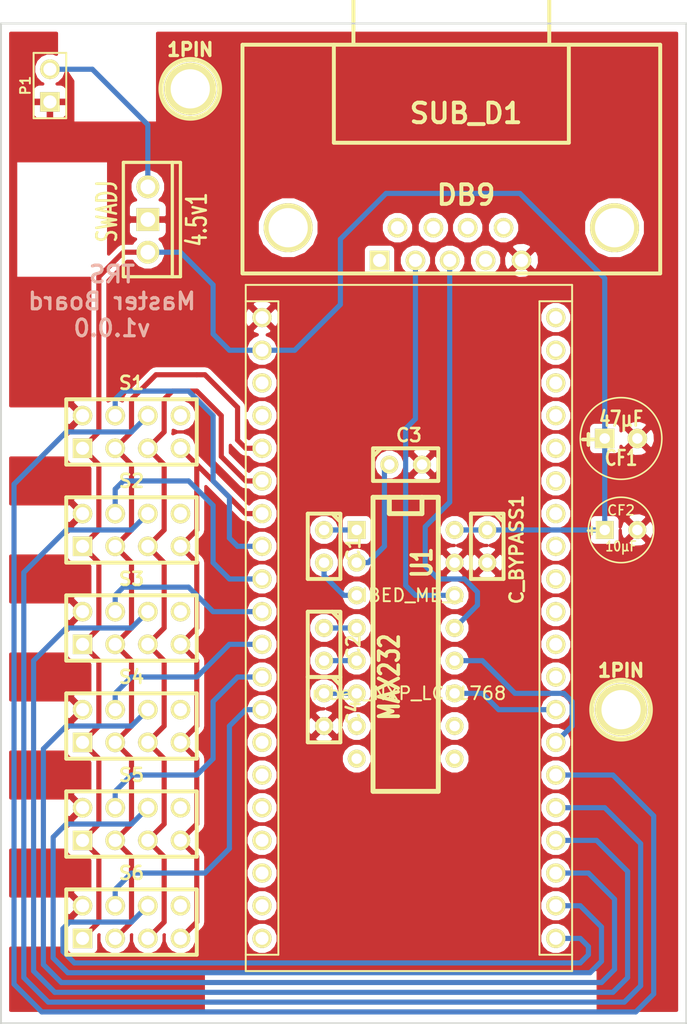
<source format=kicad_pcb>
(kicad_pcb (version 3) (host pcbnew "(2013-jul-07)-stable")

  (general
    (links 67)
    (no_connects 5)
    (area 83.744999 96.652599 137.235001 181.939001)
    (thickness 1.6)
    (drawings 14)
    (tracks 235)
    (zones 0)
    (modules 20)
    (nets 29)
  )

  (page A4 portrait)
  (title_block 
    (title "Master Board")
    (rev 1.0.0)
    (company "The Robot Studio")
  )

  (layers
    (15 F.Cu signal hide)
    (0 B.Cu signal)
    (16 B.Adhes user)
    (17 F.Adhes user)
    (18 B.Paste user)
    (19 F.Paste user)
    (20 B.SilkS user)
    (21 F.SilkS user)
    (22 B.Mask user)
    (23 F.Mask user)
    (24 Dwgs.User user)
    (25 Cmts.User user)
    (26 Eco1.User user)
    (27 Eco2.User user)
    (28 Edge.Cuts user)
  )

  (setup
    (last_trace_width 0.4)
    (trace_clearance 0.254)
    (zone_clearance 0.38)
    (zone_45_only no)
    (trace_min 0.254)
    (segment_width 0.2)
    (edge_width 0.15)
    (via_size 0.889)
    (via_drill 0.635)
    (via_min_size 0.889)
    (via_min_drill 0.508)
    (uvia_size 0.508)
    (uvia_drill 0.127)
    (uvias_allowed no)
    (uvia_min_size 0.508)
    (uvia_min_drill 0.127)
    (pcb_text_width 0.3)
    (pcb_text_size 1 1)
    (mod_edge_width 0.15)
    (mod_text_size 1 1)
    (mod_text_width 0.15)
    (pad_size 1 1)
    (pad_drill 0.6)
    (pad_to_mask_clearance 0)
    (aux_axis_origin 0 0)
    (visible_elements FFFFFFBF)
    (pcbplotparams
      (layerselection 3178497)
      (usegerberextensions true)
      (excludeedgelayer true)
      (linewidth 0.150000)
      (plotframeref false)
      (viasonmask false)
      (mode 1)
      (useauxorigin false)
      (hpglpennumber 1)
      (hpglpenspeed 20)
      (hpglpendiameter 15)
      (hpglpenoverlay 2)
      (psnegative false)
      (psa4output false)
      (plotreference true)
      (plotvalue true)
      (plotothertext true)
      (plotinvisibletext false)
      (padsonsilk false)
      (subtractmaskfromsilk false)
      (outputformat 1)
      (mirror false)
      (drillshape 1)
      (scaleselection 1)
      (outputdirectory ""))
  )

  (net 0 "")
  (net 1 GND)
  (net 2 N-000001)
  (net 3 N-0000010)
  (net 4 N-0000011)
  (net 5 N-0000012)
  (net 6 N-0000013)
  (net 7 N-0000014)
  (net 8 N-0000015)
  (net 9 N-0000016)
  (net 10 N-0000017)
  (net 11 N-0000018)
  (net 12 N-000002)
  (net 13 N-0000020)
  (net 14 N-0000021)
  (net 15 N-0000022)
  (net 16 N-0000023)
  (net 17 N-0000024)
  (net 18 N-0000025)
  (net 19 N-000003)
  (net 20 N-0000032)
  (net 21 N-0000034)
  (net 22 N-000004)
  (net 23 N-000005)
  (net 24 N-0000051)
  (net 25 N-000006)
  (net 26 N-000007)
  (net 27 N-000008)
  (net 28 N-000009)

  (net_class Default "This is the default net class."
    (clearance 0.254)
    (trace_width 0.4)
    (via_dia 0.889)
    (via_drill 0.635)
    (uvia_dia 0.508)
    (uvia_drill 0.127)
    (add_net "")
    (add_net GND)
    (add_net N-000001)
    (add_net N-0000010)
    (add_net N-0000011)
    (add_net N-0000012)
    (add_net N-0000013)
    (add_net N-0000014)
    (add_net N-0000015)
    (add_net N-0000016)
    (add_net N-0000017)
    (add_net N-0000018)
    (add_net N-000002)
    (add_net N-0000020)
    (add_net N-0000021)
    (add_net N-0000022)
    (add_net N-0000023)
    (add_net N-0000024)
    (add_net N-0000025)
    (add_net N-000003)
    (add_net N-0000032)
    (add_net N-0000034)
    (add_net N-000004)
    (add_net N-000005)
    (add_net N-0000051)
    (add_net N-000006)
    (add_net N-000007)
    (add_net N-000008)
    (add_net N-000009)
  )

  (net_class TRS ""
    (clearance 0.254)
    (trace_width 0.254)
    (via_dia 0.889)
    (via_drill 0.635)
    (uvia_dia 0.508)
    (uvia_drill 0.127)
  )

  (module pin_array_4x2 (layer F.Cu) (tedit 3FAB90E6) (tstamp 55522155)
    (at 93.98 173.99)
    (descr "Double rangee de contacts 2 x 4 pins")
    (tags CONN)
    (path /54D337F9)
    (clearance 0.1)
    (fp_text reference S6 (at 0 -3.81) (layer F.SilkS)
      (effects (font (size 1.016 1.016) (thickness 0.2032)))
    )
    (fp_text value SLAVE_CONN (at 0 3.81) (layer F.SilkS) hide
      (effects (font (size 1.016 1.016) (thickness 0.2032)))
    )
    (fp_line (start -5.08 -2.54) (end 5.08 -2.54) (layer F.SilkS) (width 0.3048))
    (fp_line (start 5.08 -2.54) (end 5.08 2.54) (layer F.SilkS) (width 0.3048))
    (fp_line (start 5.08 2.54) (end -5.08 2.54) (layer F.SilkS) (width 0.3048))
    (fp_line (start -5.08 2.54) (end -5.08 -2.54) (layer F.SilkS) (width 0.3048))
    (pad 1 thru_hole rect (at -3.81 1.27) (size 1.524 1.524) (drill 1.016)
      (layers *.Cu *.Mask F.SilkS)
      (net 21 N-0000034)
    )
    (pad 2 thru_hole circle (at -3.81 -1.27) (size 1.524 1.524) (drill 1.016)
      (layers *.Cu *.Mask F.SilkS)
      (net 1 GND)
    )
    (pad 3 thru_hole circle (at -1.27 1.27) (size 1.524 1.524) (drill 1.016)
      (layers *.Cu *.Mask F.SilkS)
      (net 11 N-0000018)
    )
    (pad 4 thru_hole circle (at -1.27 -1.27) (size 1.524 1.524) (drill 1.016)
      (layers *.Cu *.Mask F.SilkS)
      (net 12 N-000002)
    )
    (pad 5 thru_hole circle (at 1.27 1.27) (size 1.524 1.524) (drill 1.016)
      (layers *.Cu *.Mask F.SilkS)
      (net 26 N-000007)
    )
    (pad 6 thru_hole circle (at 1.27 -1.27) (size 1.524 1.524) (drill 1.016)
      (layers *.Cu *.Mask F.SilkS)
      (net 28 N-000009)
    )
    (pad 7 thru_hole circle (at 3.81 1.27) (size 1.524 1.524) (drill 1.016)
      (layers *.Cu *.Mask F.SilkS)
      (net 9 N-0000016)
    )
    (pad 8 thru_hole circle (at 3.81 -1.27) (size 1.524 1.524) (drill 1.016)
      (layers *.Cu *.Mask F.SilkS)
    )
    (model pin_array/pins_array_4x2.wrl
      (at (xyz 0 0 0))
      (scale (xyz 1 1 1))
      (rotate (xyz 0 0 0))
    )
  )

  (module pin_array_4x2 (layer F.Cu) (tedit 3FAB90E6) (tstamp 55522165)
    (at 93.98 166.37)
    (descr "Double rangee de contacts 2 x 4 pins")
    (tags CONN)
    (path /54D337EA)
    (clearance 0.1)
    (fp_text reference S5 (at 0 -3.81) (layer F.SilkS)
      (effects (font (size 1.016 1.016) (thickness 0.2032)))
    )
    (fp_text value SLAVE_CONN (at 0 3.81) (layer F.SilkS) hide
      (effects (font (size 1.016 1.016) (thickness 0.2032)))
    )
    (fp_line (start -5.08 -2.54) (end 5.08 -2.54) (layer F.SilkS) (width 0.3048))
    (fp_line (start 5.08 -2.54) (end 5.08 2.54) (layer F.SilkS) (width 0.3048))
    (fp_line (start 5.08 2.54) (end -5.08 2.54) (layer F.SilkS) (width 0.3048))
    (fp_line (start -5.08 2.54) (end -5.08 -2.54) (layer F.SilkS) (width 0.3048))
    (pad 1 thru_hole rect (at -3.81 1.27) (size 1.524 1.524) (drill 1.016)
      (layers *.Cu *.Mask F.SilkS)
      (net 21 N-0000034)
    )
    (pad 2 thru_hole circle (at -3.81 -1.27) (size 1.524 1.524) (drill 1.016)
      (layers *.Cu *.Mask F.SilkS)
      (net 1 GND)
    )
    (pad 3 thru_hole circle (at -1.27 1.27) (size 1.524 1.524) (drill 1.016)
      (layers *.Cu *.Mask F.SilkS)
      (net 11 N-0000018)
    )
    (pad 4 thru_hole circle (at -1.27 -1.27) (size 1.524 1.524) (drill 1.016)
      (layers *.Cu *.Mask F.SilkS)
      (net 7 N-0000014)
    )
    (pad 5 thru_hole circle (at 1.27 1.27) (size 1.524 1.524) (drill 1.016)
      (layers *.Cu *.Mask F.SilkS)
      (net 26 N-000007)
    )
    (pad 6 thru_hole circle (at 1.27 -1.27) (size 1.524 1.524) (drill 1.016)
      (layers *.Cu *.Mask F.SilkS)
      (net 3 N-0000010)
    )
    (pad 7 thru_hole circle (at 3.81 1.27) (size 1.524 1.524) (drill 1.016)
      (layers *.Cu *.Mask F.SilkS)
      (net 9 N-0000016)
    )
    (pad 8 thru_hole circle (at 3.81 -1.27) (size 1.524 1.524) (drill 1.016)
      (layers *.Cu *.Mask F.SilkS)
    )
    (model pin_array/pins_array_4x2.wrl
      (at (xyz 0 0 0))
      (scale (xyz 1 1 1))
      (rotate (xyz 0 0 0))
    )
  )

  (module pin_array_4x2 (layer F.Cu) (tedit 3FAB90E6) (tstamp 55522175)
    (at 93.98 158.75)
    (descr "Double rangee de contacts 2 x 4 pins")
    (tags CONN)
    (path /54D337DB)
    (clearance 0.1)
    (fp_text reference S4 (at 0 -3.81) (layer F.SilkS)
      (effects (font (size 1.016 1.016) (thickness 0.2032)))
    )
    (fp_text value SLAVE_CONN (at 0 3.81) (layer F.SilkS) hide
      (effects (font (size 1.016 1.016) (thickness 0.2032)))
    )
    (fp_line (start -5.08 -2.54) (end 5.08 -2.54) (layer F.SilkS) (width 0.3048))
    (fp_line (start 5.08 -2.54) (end 5.08 2.54) (layer F.SilkS) (width 0.3048))
    (fp_line (start 5.08 2.54) (end -5.08 2.54) (layer F.SilkS) (width 0.3048))
    (fp_line (start -5.08 2.54) (end -5.08 -2.54) (layer F.SilkS) (width 0.3048))
    (pad 1 thru_hole rect (at -3.81 1.27) (size 1.524 1.524) (drill 1.016)
      (layers *.Cu *.Mask F.SilkS)
      (net 21 N-0000034)
    )
    (pad 2 thru_hole circle (at -3.81 -1.27) (size 1.524 1.524) (drill 1.016)
      (layers *.Cu *.Mask F.SilkS)
      (net 1 GND)
    )
    (pad 3 thru_hole circle (at -1.27 1.27) (size 1.524 1.524) (drill 1.016)
      (layers *.Cu *.Mask F.SilkS)
      (net 11 N-0000018)
    )
    (pad 4 thru_hole circle (at -1.27 -1.27) (size 1.524 1.524) (drill 1.016)
      (layers *.Cu *.Mask F.SilkS)
      (net 8 N-0000015)
    )
    (pad 5 thru_hole circle (at 1.27 1.27) (size 1.524 1.524) (drill 1.016)
      (layers *.Cu *.Mask F.SilkS)
      (net 26 N-000007)
    )
    (pad 6 thru_hole circle (at 1.27 -1.27) (size 1.524 1.524) (drill 1.016)
      (layers *.Cu *.Mask F.SilkS)
      (net 4 N-0000011)
    )
    (pad 7 thru_hole circle (at 3.81 1.27) (size 1.524 1.524) (drill 1.016)
      (layers *.Cu *.Mask F.SilkS)
      (net 9 N-0000016)
    )
    (pad 8 thru_hole circle (at 3.81 -1.27) (size 1.524 1.524) (drill 1.016)
      (layers *.Cu *.Mask F.SilkS)
    )
    (model pin_array/pins_array_4x2.wrl
      (at (xyz 0 0 0))
      (scale (xyz 1 1 1))
      (rotate (xyz 0 0 0))
    )
  )

  (module pin_array_4x2 (layer F.Cu) (tedit 3FAB90E6) (tstamp 55522185)
    (at 93.98 135.89)
    (descr "Double rangee de contacts 2 x 4 pins")
    (tags CONN)
    (path /54D337AE)
    (clearance 0.1)
    (fp_text reference S1 (at 0 -3.81) (layer F.SilkS)
      (effects (font (size 1.016 1.016) (thickness 0.2032)))
    )
    (fp_text value SLAVE_CONN (at 0 3.81) (layer F.SilkS) hide
      (effects (font (size 1.016 1.016) (thickness 0.2032)))
    )
    (fp_line (start -5.08 -2.54) (end 5.08 -2.54) (layer F.SilkS) (width 0.3048))
    (fp_line (start 5.08 -2.54) (end 5.08 2.54) (layer F.SilkS) (width 0.3048))
    (fp_line (start 5.08 2.54) (end -5.08 2.54) (layer F.SilkS) (width 0.3048))
    (fp_line (start -5.08 2.54) (end -5.08 -2.54) (layer F.SilkS) (width 0.3048))
    (pad 1 thru_hole rect (at -3.81 1.27) (size 1.524 1.524) (drill 1.016)
      (layers *.Cu *.Mask F.SilkS)
      (net 21 N-0000034)
    )
    (pad 2 thru_hole circle (at -3.81 -1.27) (size 1.524 1.524) (drill 1.016)
      (layers *.Cu *.Mask F.SilkS)
      (net 1 GND)
    )
    (pad 3 thru_hole circle (at -1.27 1.27) (size 1.524 1.524) (drill 1.016)
      (layers *.Cu *.Mask F.SilkS)
      (net 11 N-0000018)
    )
    (pad 4 thru_hole circle (at -1.27 -1.27) (size 1.524 1.524) (drill 1.016)
      (layers *.Cu *.Mask F.SilkS)
      (net 25 N-000006)
    )
    (pad 5 thru_hole circle (at 1.27 1.27) (size 1.524 1.524) (drill 1.016)
      (layers *.Cu *.Mask F.SilkS)
      (net 26 N-000007)
    )
    (pad 6 thru_hole circle (at 1.27 -1.27) (size 1.524 1.524) (drill 1.016)
      (layers *.Cu *.Mask F.SilkS)
      (net 6 N-0000013)
    )
    (pad 7 thru_hole circle (at 3.81 1.27) (size 1.524 1.524) (drill 1.016)
      (layers *.Cu *.Mask F.SilkS)
      (net 9 N-0000016)
    )
    (pad 8 thru_hole circle (at 3.81 -1.27) (size 1.524 1.524) (drill 1.016)
      (layers *.Cu *.Mask F.SilkS)
    )
    (model pin_array/pins_array_4x2.wrl
      (at (xyz 0 0 0))
      (scale (xyz 1 1 1))
      (rotate (xyz 0 0 0))
    )
  )

  (module pin_array_4x2 (layer F.Cu) (tedit 3FAB90E6) (tstamp 555C9786)
    (at 93.98 143.51)
    (descr "Double rangee de contacts 2 x 4 pins")
    (tags CONN)
    (path /54D337BD)
    (clearance 0.1)
    (fp_text reference S2 (at 0 -3.81) (layer F.SilkS)
      (effects (font (size 1.016 1.016) (thickness 0.2032)))
    )
    (fp_text value SLAVE_CONN (at 0 3.81) (layer F.SilkS) hide
      (effects (font (size 1.016 1.016) (thickness 0.2032)))
    )
    (fp_line (start -5.08 -2.54) (end 5.08 -2.54) (layer F.SilkS) (width 0.3048))
    (fp_line (start 5.08 -2.54) (end 5.08 2.54) (layer F.SilkS) (width 0.3048))
    (fp_line (start 5.08 2.54) (end -5.08 2.54) (layer F.SilkS) (width 0.3048))
    (fp_line (start -5.08 2.54) (end -5.08 -2.54) (layer F.SilkS) (width 0.3048))
    (pad 1 thru_hole rect (at -3.81 1.27) (size 1.524 1.524) (drill 1.016)
      (layers *.Cu *.Mask F.SilkS)
      (net 21 N-0000034)
    )
    (pad 2 thru_hole circle (at -3.81 -1.27) (size 1.524 1.524) (drill 1.016)
      (layers *.Cu *.Mask F.SilkS)
      (net 1 GND)
    )
    (pad 3 thru_hole circle (at -1.27 1.27) (size 1.524 1.524) (drill 1.016)
      (layers *.Cu *.Mask F.SilkS)
      (net 11 N-0000018)
    )
    (pad 4 thru_hole circle (at -1.27 -1.27) (size 1.524 1.524) (drill 1.016)
      (layers *.Cu *.Mask F.SilkS)
      (net 20 N-0000032)
    )
    (pad 5 thru_hole circle (at 1.27 1.27) (size 1.524 1.524) (drill 1.016)
      (layers *.Cu *.Mask F.SilkS)
      (net 26 N-000007)
    )
    (pad 6 thru_hole circle (at 1.27 -1.27) (size 1.524 1.524) (drill 1.016)
      (layers *.Cu *.Mask F.SilkS)
      (net 5 N-0000012)
    )
    (pad 7 thru_hole circle (at 3.81 1.27) (size 1.524 1.524) (drill 1.016)
      (layers *.Cu *.Mask F.SilkS)
      (net 9 N-0000016)
    )
    (pad 8 thru_hole circle (at 3.81 -1.27) (size 1.524 1.524) (drill 1.016)
      (layers *.Cu *.Mask F.SilkS)
    )
    (model pin_array/pins_array_4x2.wrl
      (at (xyz 0 0 0))
      (scale (xyz 1 1 1))
      (rotate (xyz 0 0 0))
    )
  )

  (module pin_array_4x2 (layer F.Cu) (tedit 3FAB90E6) (tstamp 555221A5)
    (at 93.98 151.13)
    (descr "Double rangee de contacts 2 x 4 pins")
    (tags CONN)
    (path /54D337CC)
    (clearance 0.1)
    (fp_text reference S3 (at 0 -3.81) (layer F.SilkS)
      (effects (font (size 1.016 1.016) (thickness 0.2032)))
    )
    (fp_text value SLAVE_CONN (at 0 3.81) (layer F.SilkS) hide
      (effects (font (size 1.016 1.016) (thickness 0.2032)))
    )
    (fp_line (start -5.08 -2.54) (end 5.08 -2.54) (layer F.SilkS) (width 0.3048))
    (fp_line (start 5.08 -2.54) (end 5.08 2.54) (layer F.SilkS) (width 0.3048))
    (fp_line (start 5.08 2.54) (end -5.08 2.54) (layer F.SilkS) (width 0.3048))
    (fp_line (start -5.08 2.54) (end -5.08 -2.54) (layer F.SilkS) (width 0.3048))
    (pad 1 thru_hole rect (at -3.81 1.27) (size 1.524 1.524) (drill 1.016)
      (layers *.Cu *.Mask F.SilkS)
      (net 21 N-0000034)
    )
    (pad 2 thru_hole circle (at -3.81 -1.27) (size 1.524 1.524) (drill 1.016)
      (layers *.Cu *.Mask F.SilkS)
      (net 1 GND)
    )
    (pad 3 thru_hole circle (at -1.27 1.27) (size 1.524 1.524) (drill 1.016)
      (layers *.Cu *.Mask F.SilkS)
      (net 11 N-0000018)
    )
    (pad 4 thru_hole circle (at -1.27 -1.27) (size 1.524 1.524) (drill 1.016)
      (layers *.Cu *.Mask F.SilkS)
      (net 24 N-0000051)
    )
    (pad 5 thru_hole circle (at 1.27 1.27) (size 1.524 1.524) (drill 1.016)
      (layers *.Cu *.Mask F.SilkS)
      (net 26 N-000007)
    )
    (pad 6 thru_hole circle (at 1.27 -1.27) (size 1.524 1.524) (drill 1.016)
      (layers *.Cu *.Mask F.SilkS)
      (net 27 N-000008)
    )
    (pad 7 thru_hole circle (at 3.81 1.27) (size 1.524 1.524) (drill 1.016)
      (layers *.Cu *.Mask F.SilkS)
      (net 9 N-0000016)
    )
    (pad 8 thru_hole circle (at 3.81 -1.27) (size 1.524 1.524) (drill 1.016)
      (layers *.Cu *.Mask F.SilkS)
    )
    (model pin_array/pins_array_4x2.wrl
      (at (xyz 0 0 0))
      (scale (xyz 1 1 1))
      (rotate (xyz 0 0 0))
    )
  )

  (module DIP-16__300 (layer F.Cu) (tedit 200000) (tstamp 555221CD)
    (at 115.316 152.4 270)
    (descr "16 pins DIL package, round pads")
    (tags DIL)
    (path /54D3870B)
    (fp_text reference U1 (at -6.35 -1.27 270) (layer F.SilkS)
      (effects (font (size 1.524 1.143) (thickness 0.3048)))
    )
    (fp_text value MAX232 (at 2.54 1.27 270) (layer F.SilkS)
      (effects (font (size 1.524 1.143) (thickness 0.3048)))
    )
    (fp_line (start -11.43 -1.27) (end -11.43 -1.27) (layer F.SilkS) (width 0.381))
    (fp_line (start -11.43 -1.27) (end -10.16 -1.27) (layer F.SilkS) (width 0.381))
    (fp_line (start -10.16 -1.27) (end -10.16 1.27) (layer F.SilkS) (width 0.381))
    (fp_line (start -10.16 1.27) (end -11.43 1.27) (layer F.SilkS) (width 0.381))
    (fp_line (start -11.43 -2.54) (end 11.43 -2.54) (layer F.SilkS) (width 0.381))
    (fp_line (start 11.43 -2.54) (end 11.43 2.54) (layer F.SilkS) (width 0.381))
    (fp_line (start 11.43 2.54) (end -11.43 2.54) (layer F.SilkS) (width 0.381))
    (fp_line (start -11.43 2.54) (end -11.43 -2.54) (layer F.SilkS) (width 0.381))
    (pad 1 thru_hole rect (at -8.89 3.81 270) (size 1.397 1.397) (drill 0.8128)
      (layers *.Cu *.Mask F.SilkS)
      (net 18 N-0000025)
    )
    (pad 2 thru_hole circle (at -6.35 3.81 270) (size 1.397 1.397) (drill 0.8128)
      (layers *.Cu *.Mask F.SilkS)
      (net 14 N-0000021)
    )
    (pad 3 thru_hole circle (at -3.81 3.81 270) (size 1.397 1.397) (drill 0.8128)
      (layers *.Cu *.Mask F.SilkS)
      (net 17 N-0000024)
    )
    (pad 4 thru_hole circle (at -1.27 3.81 270) (size 1.397 1.397) (drill 0.8128)
      (layers *.Cu *.Mask F.SilkS)
      (net 16 N-0000023)
    )
    (pad 5 thru_hole circle (at 1.27 3.81 270) (size 1.397 1.397) (drill 0.8128)
      (layers *.Cu *.Mask F.SilkS)
      (net 15 N-0000022)
    )
    (pad 6 thru_hole circle (at 3.81 3.81 270) (size 1.397 1.397) (drill 0.8128)
      (layers *.Cu *.Mask F.SilkS)
      (net 13 N-0000020)
    )
    (pad 7 thru_hole circle (at 6.35 3.81 270) (size 1.397 1.397) (drill 0.8128)
      (layers *.Cu *.Mask F.SilkS)
    )
    (pad 8 thru_hole circle (at 8.89 3.81 270) (size 1.397 1.397) (drill 0.8128)
      (layers *.Cu *.Mask F.SilkS)
    )
    (pad 9 thru_hole circle (at 8.89 -3.81 270) (size 1.397 1.397) (drill 0.8128)
      (layers *.Cu *.Mask F.SilkS)
    )
    (pad 10 thru_hole circle (at 6.35 -3.81 270) (size 1.397 1.397) (drill 0.8128)
      (layers *.Cu *.Mask F.SilkS)
    )
    (pad 11 thru_hole circle (at 3.81 -3.81 270) (size 1.397 1.397) (drill 0.8128)
      (layers *.Cu *.Mask F.SilkS)
      (net 22 N-000004)
    )
    (pad 12 thru_hole circle (at 1.27 -3.81 270) (size 1.397 1.397) (drill 0.8128)
      (layers *.Cu *.Mask F.SilkS)
      (net 23 N-000005)
    )
    (pad 13 thru_hole circle (at -1.27 -3.81 270) (size 1.397 1.397) (drill 0.8128)
      (layers *.Cu *.Mask F.SilkS)
      (net 2 N-000001)
    )
    (pad 14 thru_hole circle (at -3.81 -3.81 270) (size 1.397 1.397) (drill 0.8128)
      (layers *.Cu *.Mask F.SilkS)
      (net 19 N-000003)
    )
    (pad 15 thru_hole circle (at -6.35 -3.81 270) (size 1.397 1.397) (drill 0.8128)
      (layers *.Cu *.Mask F.SilkS)
      (net 1 GND)
    )
    (pad 16 thru_hole circle (at -8.89 -3.81 270) (size 1.397 1.397) (drill 0.8128)
      (layers *.Cu *.Mask F.SilkS)
      (net 21 N-0000034)
    )
    (model dil/dil_16.wrl
      (at (xyz 0 0 0))
      (scale (xyz 1 1 1))
      (rotate (xyz 0 0 0))
    )
  )

  (module DB9FC (layer F.Cu) (tedit 200000) (tstamp 555368BF)
    (at 118.745 121.285)
    (descr "Connecteur DB9 femelle couche")
    (tags "CONN DB9")
    (path /54D23189)
    (fp_text reference SUB_D1 (at 1.27 -10.16) (layer F.SilkS)
      (effects (font (size 1.524 1.524) (thickness 0.3048)))
    )
    (fp_text value DB9 (at 1.27 -3.81) (layer F.SilkS)
      (effects (font (size 1.524 1.524) (thickness 0.3048)))
    )
    (fp_line (start -16.129 2.286) (end 16.383 2.286) (layer F.SilkS) (width 0.3048))
    (fp_line (start 16.383 2.286) (end 16.383 -15.494) (layer F.SilkS) (width 0.3048))
    (fp_line (start 16.383 -15.494) (end -16.129 -15.494) (layer F.SilkS) (width 0.3048))
    (fp_line (start -16.129 -15.494) (end -16.129 2.286) (layer F.SilkS) (width 0.3048))
    (fp_line (start -9.017 -15.494) (end -9.017 -7.874) (layer F.SilkS) (width 0.3048))
    (fp_line (start -9.017 -7.874) (end 9.271 -7.874) (layer F.SilkS) (width 0.3048))
    (fp_line (start 9.271 -7.874) (end 9.271 -15.494) (layer F.SilkS) (width 0.3048))
    (fp_line (start -7.493 -15.494) (end -7.493 -24.13) (layer F.SilkS) (width 0.3048))
    (fp_line (start -7.493 -24.13) (end 7.747 -24.13) (layer F.SilkS) (width 0.3048))
    (fp_line (start 7.747 -24.13) (end 7.747 -15.494) (layer F.SilkS) (width 0.3048))
    (pad "" thru_hole circle (at 12.827 -1.27) (size 3.81 3.81) (drill 3.048)
      (layers *.Cu *.Mask F.SilkS)
    )
    (pad "" thru_hole circle (at -12.573 -1.27) (size 3.81 3.81) (drill 3.048)
      (layers *.Cu *.Mask F.SilkS)
    )
    (pad 1 thru_hole rect (at -5.461 1.27) (size 1.524 1.524) (drill 1.016)
      (layers *.Cu *.Mask F.SilkS)
    )
    (pad 2 thru_hole circle (at -2.667 1.27) (size 1.524 1.524) (drill 1.016)
      (layers *.Cu *.Mask F.SilkS)
      (net 19 N-000003)
    )
    (pad 3 thru_hole circle (at 0 1.27) (size 1.524 1.524) (drill 1.016)
      (layers *.Cu *.Mask F.SilkS)
      (net 2 N-000001)
    )
    (pad 4 thru_hole circle (at 2.794 1.27) (size 1.524 1.524) (drill 1.016)
      (layers *.Cu *.Mask F.SilkS)
    )
    (pad 5 thru_hole circle (at 5.588 1.27) (size 1.524 1.524) (drill 1.016)
      (layers *.Cu *.Mask F.SilkS)
      (net 1 GND)
    )
    (pad 6 thru_hole circle (at -4.064 -1.27) (size 1.524 1.524) (drill 1.016)
      (layers *.Cu *.Mask F.SilkS)
    )
    (pad 7 thru_hole circle (at -1.27 -1.27) (size 1.524 1.524) (drill 1.016)
      (layers *.Cu *.Mask F.SilkS)
    )
    (pad 8 thru_hole circle (at 1.397 -1.27) (size 1.524 1.524) (drill 1.016)
      (layers *.Cu *.Mask F.SilkS)
    )
    (pad 9 thru_hole circle (at 4.191 -1.27) (size 1.524 1.524) (drill 1.016)
      (layers *.Cu *.Mask F.SilkS)
    )
    (model conn_DBxx/db9_female_pin90deg.wrl
      (at (xyz 0 0 0))
      (scale (xyz 1 1 1))
      (rotate (xyz 0 0 0))
    )
  )

  (module C1V7 (layer F.Cu) (tedit 200000) (tstamp 55537D94)
    (at 132.08 136.398)
    (path /54D4F236)
    (fp_text reference CF1 (at 0 1.524) (layer F.SilkS)
      (effects (font (size 1.143 0.889) (thickness 0.2032)))
    )
    (fp_text value 47µF (at 0 -1.524) (layer F.SilkS)
      (effects (font (size 1.143 0.889) (thickness 0.2032)))
    )
    (fp_text user + (at -2.54 0) (layer F.SilkS)
      (effects (font (size 1.143 1.143) (thickness 0.3048)))
    )
    (fp_circle (center 0 0) (end 3.175 0) (layer F.SilkS) (width 0.127))
    (pad 1 thru_hole rect (at -1.27 0) (size 1.524 1.524) (drill 0.8128)
      (layers *.Cu *.Mask F.SilkS)
      (net 21 N-0000034)
    )
    (pad 2 thru_hole circle (at 1.27 0) (size 1.524 1.524) (drill 0.8128)
      (layers *.Cu *.Mask F.SilkS)
      (net 1 GND)
    )
    (model discret/c_vert_c1v7.wrl
      (at (xyz 0 0 0))
      (scale (xyz 1 1 1))
      (rotate (xyz 0 0 0))
    )
  )

  (module C1V5 (layer F.Cu) (tedit 55536A82) (tstamp 55537DD4)
    (at 132.08 143.51)
    (descr "Condensateur e = 1 pas")
    (tags C)
    (path /54D3C68F)
    (fp_text reference CF2 (at 0 -1.524) (layer F.SilkS)
      (effects (font (size 0.762 0.762) (thickness 0.127)))
    )
    (fp_text value 10µF (at 0 1.27) (layer F.SilkS)
      (effects (font (size 0.762 0.635) (thickness 0.127)))
    )
    (fp_text user + (at -2.286 0) (layer F.SilkS)
      (effects (font (size 0.762 0.762) (thickness 0.2032)))
    )
    (fp_circle (center 0 0) (end 0.127 -2.54) (layer F.SilkS) (width 0.127))
    (pad 1 thru_hole rect (at -1.27 0) (size 1.397 1.397) (drill 0.8128)
      (layers *.Cu *.Mask F.SilkS)
      (net 21 N-0000034)
    )
    (pad 2 thru_hole circle (at 1.27 0) (size 1.397 1.397) (drill 0.8128)
      (layers *.Cu *.Mask F.SilkS)
      (net 1 GND)
    )
    (model discret/c_vert_c1v5.wrl
      (at (xyz 0 0 0))
      (scale (xyz 1 1 1))
      (rotate (xyz 0 0 0))
    )
  )

  (module C1 (layer F.Cu) (tedit 3F92C496) (tstamp 55522211)
    (at 121.666 144.78 270)
    (descr "Condensateur e = 1 pas")
    (tags C)
    (path /54D238ED)
    (fp_text reference C_BYPASS1 (at 0.254 -2.286 270) (layer F.SilkS)
      (effects (font (size 1.016 1.016) (thickness 0.2032)))
    )
    (fp_text value "100 nF" (at 0 -2.286 270) (layer F.SilkS) hide
      (effects (font (size 1.016 1.016) (thickness 0.2032)))
    )
    (fp_line (start -2.4892 -1.27) (end 2.54 -1.27) (layer F.SilkS) (width 0.3048))
    (fp_line (start 2.54 -1.27) (end 2.54 1.27) (layer F.SilkS) (width 0.3048))
    (fp_line (start 2.54 1.27) (end -2.54 1.27) (layer F.SilkS) (width 0.3048))
    (fp_line (start -2.54 1.27) (end -2.54 -1.27) (layer F.SilkS) (width 0.3048))
    (fp_line (start -2.54 -0.635) (end -1.905 -1.27) (layer F.SilkS) (width 0.3048))
    (pad 1 thru_hole circle (at -1.27 0 270) (size 1.397 1.397) (drill 0.8128)
      (layers *.Cu *.Mask F.SilkS)
      (net 21 N-0000034)
    )
    (pad 2 thru_hole circle (at 1.27 0 270) (size 1.397 1.397) (drill 0.8128)
      (layers *.Cu *.Mask F.SilkS)
      (net 1 GND)
    )
    (model discret/capa_1_pas.wrl
      (at (xyz 0 0 0))
      (scale (xyz 1 1 1))
      (rotate (xyz 0 0 0))
    )
  )

  (module C1 (layer F.Cu) (tedit 3F92C496) (tstamp 5552221C)
    (at 115.316 138.43)
    (descr "Condensateur e = 1 pas")
    (tags C)
    (path /54D238DE)
    (fp_text reference C3 (at 0.254 -2.286) (layer F.SilkS)
      (effects (font (size 1.016 1.016) (thickness 0.2032)))
    )
    (fp_text value "100 nF" (at 0 -2.286) (layer F.SilkS) hide
      (effects (font (size 1.016 1.016) (thickness 0.2032)))
    )
    (fp_line (start -2.4892 -1.27) (end 2.54 -1.27) (layer F.SilkS) (width 0.3048))
    (fp_line (start 2.54 -1.27) (end 2.54 1.27) (layer F.SilkS) (width 0.3048))
    (fp_line (start 2.54 1.27) (end -2.54 1.27) (layer F.SilkS) (width 0.3048))
    (fp_line (start -2.54 1.27) (end -2.54 -1.27) (layer F.SilkS) (width 0.3048))
    (fp_line (start -2.54 -0.635) (end -1.905 -1.27) (layer F.SilkS) (width 0.3048))
    (pad 1 thru_hole circle (at -1.27 0) (size 1.397 1.397) (drill 0.8128)
      (layers *.Cu *.Mask F.SilkS)
      (net 14 N-0000021)
    )
    (pad 2 thru_hole circle (at 1.27 0) (size 1.397 1.397) (drill 0.8128)
      (layers *.Cu *.Mask F.SilkS)
      (net 1 GND)
    )
    (model discret/capa_1_pas.wrl
      (at (xyz 0 0 0))
      (scale (xyz 1 1 1))
      (rotate (xyz 0 0 0))
    )
  )

  (module C1 (layer F.Cu) (tedit 3F92C496) (tstamp 55522227)
    (at 108.966 152.4 270)
    (descr "Condensateur e = 1 pas")
    (tags C)
    (path /54D238CF)
    (fp_text reference C2 (at 0.254 -2.286 270) (layer F.SilkS)
      (effects (font (size 1.016 1.016) (thickness 0.2032)))
    )
    (fp_text value 1µF (at 0 -2.286 270) (layer F.SilkS) hide
      (effects (font (size 1.016 1.016) (thickness 0.2032)))
    )
    (fp_line (start -2.4892 -1.27) (end 2.54 -1.27) (layer F.SilkS) (width 0.3048))
    (fp_line (start 2.54 -1.27) (end 2.54 1.27) (layer F.SilkS) (width 0.3048))
    (fp_line (start 2.54 1.27) (end -2.54 1.27) (layer F.SilkS) (width 0.3048))
    (fp_line (start -2.54 1.27) (end -2.54 -1.27) (layer F.SilkS) (width 0.3048))
    (fp_line (start -2.54 -0.635) (end -1.905 -1.27) (layer F.SilkS) (width 0.3048))
    (pad 1 thru_hole circle (at -1.27 0 270) (size 1.397 1.397) (drill 0.8128)
      (layers *.Cu *.Mask F.SilkS)
      (net 16 N-0000023)
    )
    (pad 2 thru_hole circle (at 1.27 0 270) (size 1.397 1.397) (drill 0.8128)
      (layers *.Cu *.Mask F.SilkS)
      (net 15 N-0000022)
    )
    (model discret/capa_1_pas.wrl
      (at (xyz 0 0 0))
      (scale (xyz 1 1 1))
      (rotate (xyz 0 0 0))
    )
  )

  (module C1 (layer F.Cu) (tedit 3F92C496) (tstamp 55528688)
    (at 108.966 144.78 270)
    (descr "Condensateur e = 1 pas")
    (tags C)
    (path /54D238C0)
    (fp_text reference C1 (at 0.254 -2.286 270) (layer F.SilkS)
      (effects (font (size 1.016 1.016) (thickness 0.2032)))
    )
    (fp_text value 1µF (at 0 -2.286 270) (layer F.SilkS) hide
      (effects (font (size 1.016 1.016) (thickness 0.2032)))
    )
    (fp_line (start -2.4892 -1.27) (end 2.54 -1.27) (layer F.SilkS) (width 0.3048))
    (fp_line (start 2.54 -1.27) (end 2.54 1.27) (layer F.SilkS) (width 0.3048))
    (fp_line (start 2.54 1.27) (end -2.54 1.27) (layer F.SilkS) (width 0.3048))
    (fp_line (start -2.54 1.27) (end -2.54 -1.27) (layer F.SilkS) (width 0.3048))
    (fp_line (start -2.54 -0.635) (end -1.905 -1.27) (layer F.SilkS) (width 0.3048))
    (pad 1 thru_hole circle (at -1.27 0 270) (size 1.397 1.397) (drill 0.8128)
      (layers *.Cu *.Mask F.SilkS)
      (net 18 N-0000025)
    )
    (pad 2 thru_hole circle (at 1.27 0 270) (size 1.397 1.397) (drill 0.8128)
      (layers *.Cu *.Mask F.SilkS)
      (net 17 N-0000024)
    )
    (model discret/capa_1_pas.wrl
      (at (xyz 0 0 0))
      (scale (xyz 1 1 1))
      (rotate (xyz 0 0 0))
    )
  )

  (module Mbed (layer F.Cu) (tedit 5550C6BD) (tstamp 55522473)
    (at 114.3 152.4)
    (path /54D2310C)
    (fp_text reference MBED_MB_1 (at 1.27 -3.81) (layer F.SilkS)
      (effects (font (size 1 1) (thickness 0.15)))
    )
    (fp_text value mbed_NXP_LCP1768 (at 1.27 3.81) (layer F.SilkS)
      (effects (font (size 1 1) (thickness 0.15)))
    )
    (fp_line (start -11.43 24.13) (end -11.43 25.4) (layer F.SilkS) (width 0.15))
    (fp_line (start -11.43 25.4) (end 13.97 25.4) (layer F.SilkS) (width 0.15))
    (fp_line (start 13.97 25.4) (end 13.97 24.13) (layer F.SilkS) (width 0.15))
    (fp_line (start -11.43 -27.94) (end -11.43 -26.67) (layer F.SilkS) (width 0.15))
    (fp_line (start -11.43 -27.94) (end 13.97 -27.94) (layer F.SilkS) (width 0.15))
    (fp_line (start 13.97 -27.94) (end 13.97 -26.67) (layer F.SilkS) (width 0.15))
    (fp_line (start 11.43 -26.67) (end 13.97 -26.67) (layer F.SilkS) (width 0.15))
    (fp_line (start 13.97 -26.67) (end 13.97 24.13) (layer F.SilkS) (width 0.15))
    (fp_line (start 13.97 24.13) (end 11.43 24.13) (layer F.SilkS) (width 0.15))
    (fp_line (start 11.43 24.13) (end 11.43 -26.67) (layer F.SilkS) (width 0.15))
    (fp_line (start -11.43 -26.67) (end -8.89 -26.67) (layer F.SilkS) (width 0.15))
    (fp_line (start -8.89 -26.67) (end -8.89 24.13) (layer F.SilkS) (width 0.15))
    (fp_line (start -8.89 24.13) (end -11.43 24.13) (layer F.SilkS) (width 0.15))
    (fp_line (start -11.43 24.13) (end -11.43 -26.67) (layer F.SilkS) (width 0.15))
    (pad 1 thru_hole circle (at -10.16 -25.4) (size 1.5 1.5) (drill 1)
      (layers *.Cu *.Mask F.SilkS)
      (net 1 GND)
    )
    (pad 2 thru_hole circle (at -10.16 -22.86) (size 1.5 1.5) (drill 1)
      (layers *.Cu *.Mask F.SilkS)
      (net 21 N-0000034)
    )
    (pad 3 thru_hole circle (at -10.16 -20.32) (size 1.5 1.5) (drill 1)
      (layers *.Cu *.Mask F.SilkS)
    )
    (pad 4 thru_hole circle (at -10.16 -17.78) (size 1.5 1.5) (drill 1)
      (layers *.Cu *.Mask F.SilkS)
    )
    (pad 5 thru_hole circle (at -10.16 -15.24) (size 1.5 1.5) (drill 1)
      (layers *.Cu *.Mask F.SilkS)
      (net 11 N-0000018)
    )
    (pad 6 thru_hole circle (at -10.16 -12.7) (size 1.5 1.5) (drill 1)
      (layers *.Cu *.Mask F.SilkS)
      (net 26 N-000007)
    )
    (pad 7 thru_hole circle (at -10.16 -10.16) (size 1.5 1.5) (drill 1)
      (layers *.Cu *.Mask F.SilkS)
      (net 9 N-0000016)
    )
    (pad 8 thru_hole circle (at -10.16 -7.62) (size 1.5 1.5) (drill 1)
      (layers *.Cu *.Mask F.SilkS)
      (net 25 N-000006)
    )
    (pad 9 thru_hole circle (at -10.16 -5.08) (size 1.5 1.5) (drill 1)
      (layers *.Cu *.Mask F.SilkS)
      (net 20 N-0000032)
    )
    (pad 10 thru_hole circle (at -10.16 -2.54) (size 1.5 1.5) (drill 1)
      (layers *.Cu *.Mask F.SilkS)
      (net 24 N-0000051)
    )
    (pad 11 thru_hole circle (at -10.16 0) (size 1.5 1.5) (drill 1)
      (layers *.Cu *.Mask F.SilkS)
      (net 8 N-0000015)
    )
    (pad 12 thru_hole circle (at -10.16 2.54) (size 1.5 1.5) (drill 1)
      (layers *.Cu *.Mask F.SilkS)
      (net 7 N-0000014)
    )
    (pad 13 thru_hole circle (at -10.16 5.08) (size 1.5 1.5) (drill 1)
      (layers *.Cu *.Mask F.SilkS)
      (net 12 N-000002)
    )
    (pad 14 thru_hole circle (at -10.16 7.62) (size 1.5 1.5) (drill 1)
      (layers *.Cu *.Mask F.SilkS)
    )
    (pad 15 thru_hole circle (at -10.16 10.16) (size 1.5 1.5) (drill 1)
      (layers *.Cu *.Mask F.SilkS)
    )
    (pad 16 thru_hole circle (at -10.16 12.7) (size 1.5 1.5) (drill 1)
      (layers *.Cu *.Mask F.SilkS)
    )
    (pad 17 thru_hole circle (at -10.16 15.24) (size 1.5 1.5) (drill 1)
      (layers *.Cu *.Mask F.SilkS)
    )
    (pad 18 thru_hole circle (at -10.16 17.78) (size 1.5 1.5) (drill 1)
      (layers *.Cu *.Mask F.SilkS)
    )
    (pad 19 thru_hole circle (at -10.16 20.32) (size 1.5 1.5) (drill 1)
      (layers *.Cu *.Mask F.SilkS)
    )
    (pad 20 thru_hole circle (at -10.16 22.86) (size 1.5 1.5) (drill 1)
      (layers *.Cu *.Mask F.SilkS)
    )
    (pad 21 thru_hole circle (at 12.7 22.86) (size 1.5 1.5) (drill 1)
      (layers *.Cu *.Mask F.SilkS)
      (net 28 N-000009)
    )
    (pad 22 thru_hole circle (at 12.7 20.32) (size 1.5 1.5) (drill 1)
      (layers *.Cu *.Mask F.SilkS)
      (net 3 N-0000010)
    )
    (pad 23 thru_hole circle (at 12.7 17.78) (size 1.5 1.5) (drill 1)
      (layers *.Cu *.Mask F.SilkS)
      (net 4 N-0000011)
    )
    (pad 24 thru_hole circle (at 12.7 15.24) (size 1.5 1.5) (drill 1)
      (layers *.Cu *.Mask F.SilkS)
      (net 27 N-000008)
    )
    (pad 25 thru_hole circle (at 12.7 12.7) (size 1.5 1.5) (drill 1)
      (layers *.Cu *.Mask F.SilkS)
      (net 5 N-0000012)
    )
    (pad 26 thru_hole circle (at 12.7 10.16) (size 1.5 1.5) (drill 1)
      (layers *.Cu *.Mask F.SilkS)
      (net 6 N-0000013)
    )
    (pad 27 thru_hole circle (at 12.7 7.62) (size 1.5 1.5) (drill 1)
      (layers *.Cu *.Mask F.SilkS)
      (net 23 N-000005)
    )
    (pad 28 thru_hole circle (at 12.7 5.08) (size 1.5 1.5) (drill 1)
      (layers *.Cu *.Mask F.SilkS)
      (net 22 N-000004)
    )
    (pad 29 thru_hole circle (at 12.7 2.54) (size 1.5 1.5) (drill 1)
      (layers *.Cu *.Mask F.SilkS)
    )
    (pad 30 thru_hole circle (at 12.7 0) (size 1.5 1.5) (drill 1)
      (layers *.Cu *.Mask F.SilkS)
    )
    (pad 31 thru_hole circle (at 12.7 -2.54) (size 1.5 1.5) (drill 1)
      (layers *.Cu *.Mask F.SilkS)
    )
    (pad 32 thru_hole circle (at 12.7 -5.08) (size 1.5 1.5) (drill 1)
      (layers *.Cu *.Mask F.SilkS)
    )
    (pad 33 thru_hole circle (at 12.7 -7.62) (size 1.5 1.5) (drill 1)
      (layers *.Cu *.Mask F.SilkS)
    )
    (pad 34 thru_hole circle (at 12.7 -10.16) (size 1.5 1.5) (drill 1)
      (layers *.Cu *.Mask F.SilkS)
    )
    (pad 35 thru_hole circle (at 12.7 -12.7) (size 1.5 1.5) (drill 1)
      (layers *.Cu *.Mask F.SilkS)
    )
    (pad 36 thru_hole circle (at 12.7 -15.24) (size 1.5 1.5) (drill 1)
      (layers *.Cu *.Mask F.SilkS)
    )
    (pad 37 thru_hole circle (at 12.7 -17.78) (size 1.5 1.5) (drill 1)
      (layers *.Cu *.Mask F.SilkS)
    )
    (pad 38 thru_hole circle (at 12.7 -20.32) (size 1.5 1.5) (drill 1)
      (layers *.Cu *.Mask F.SilkS)
    )
    (pad 39 thru_hole circle (at 12.7 -22.86) (size 1.5 1.5) (drill 1)
      (layers *.Cu *.Mask F.SilkS)
    )
    (pad 40 thru_hole circle (at 12.7 -25.4) (size 1.5 1.5) (drill 1)
      (layers *.Cu *.Mask F.SilkS)
    )
  )

  (module C1 (layer F.Cu) (tedit 3F92C496) (tstamp 555221F6)
    (at 108.966 157.48 270)
    (descr "Condensateur e = 1 pas")
    (tags C)
    (path /54D238FC)
    (fp_text reference C4 (at 0.254 -2.286 270) (layer F.SilkS)
      (effects (font (size 1.016 1.016) (thickness 0.2032)))
    )
    (fp_text value "100 nF" (at 0 -2.286 270) (layer F.SilkS) hide
      (effects (font (size 1.016 1.016) (thickness 0.2032)))
    )
    (fp_line (start -2.4892 -1.27) (end 2.54 -1.27) (layer F.SilkS) (width 0.3048))
    (fp_line (start 2.54 -1.27) (end 2.54 1.27) (layer F.SilkS) (width 0.3048))
    (fp_line (start 2.54 1.27) (end -2.54 1.27) (layer F.SilkS) (width 0.3048))
    (fp_line (start -2.54 1.27) (end -2.54 -1.27) (layer F.SilkS) (width 0.3048))
    (fp_line (start -2.54 -0.635) (end -1.905 -1.27) (layer F.SilkS) (width 0.3048))
    (pad 1 thru_hole circle (at -1.27 0 270) (size 1.397 1.397) (drill 0.8128)
      (layers *.Cu *.Mask F.SilkS)
      (net 13 N-0000020)
    )
    (pad 2 thru_hole circle (at 1.27 0 270) (size 1.397 1.397) (drill 0.8128)
      (layers *.Cu *.Mask F.SilkS)
      (net 1 GND)
    )
    (model discret/capa_1_pas.wrl
      (at (xyz 0 0 0))
      (scale (xyz 1 1 1))
      (rotate (xyz 0 0 0))
    )
  )

  (module LM78XXV (layer F.Cu) (tedit 4C5EE157) (tstamp 555367A9)
    (at 95.25 119.38)
    (descr "Regulateur TO220 serie LM78xx")
    (tags "TR TO220")
    (path /54D3C3D0)
    (fp_text reference 4.5v1 (at 3.81 0 90) (layer F.SilkS)
      (effects (font (size 1.524 1.016) (thickness 0.2032)))
    )
    (fp_text value SWADJ (at -3.175 -0.635 90) (layer F.SilkS)
      (effects (font (size 1.524 1.016) (thickness 0.2032)))
    )
    (fp_line (start 1.905 -4.445) (end 2.54 -4.445) (layer F.SilkS) (width 0.254))
    (fp_line (start 2.54 -4.445) (end 2.54 4.445) (layer F.SilkS) (width 0.254))
    (fp_line (start 2.54 4.445) (end 1.905 4.445) (layer F.SilkS) (width 0.254))
    (fp_line (start -1.905 -4.445) (end 1.905 -4.445) (layer F.SilkS) (width 0.254))
    (fp_line (start 1.905 -4.445) (end 1.905 4.445) (layer F.SilkS) (width 0.254))
    (fp_line (start 1.905 4.445) (end -1.905 4.445) (layer F.SilkS) (width 0.254))
    (fp_line (start -1.905 4.445) (end -1.905 -4.445) (layer F.SilkS) (width 0.254))
    (pad VI thru_hole circle (at 0 -2.54) (size 1.778 1.778) (drill 1.143)
      (layers *.Cu *.Mask F.SilkS)
      (net 10 N-0000017)
    )
    (pad GND thru_hole rect (at 0 0) (size 1.778 1.778) (drill 1.143)
      (layers *.Cu *.Mask F.SilkS)
      (net 1 GND)
    )
    (pad VO thru_hole circle (at 0 2.54) (size 1.778 1.778) (drill 1.143)
      (layers *.Cu *.Mask F.SilkS)
      (net 21 N-0000034)
    )
  )

  (module PIN_ARRAY_2X1 (layer F.Cu) (tedit 4565C520) (tstamp 555366CF)
    (at 87.63 108.966 90)
    (descr "Connecteurs 2 pins")
    (tags "CONN DEV")
    (path /55535943)
    (fp_text reference P1 (at 0 -1.905 90) (layer F.SilkS)
      (effects (font (size 0.762 0.762) (thickness 0.1524)))
    )
    (fp_text value CONN_2 (at 0 -1.905 90) (layer F.SilkS) hide
      (effects (font (size 0.762 0.762) (thickness 0.1524)))
    )
    (fp_line (start -2.54 1.27) (end -2.54 -1.27) (layer F.SilkS) (width 0.1524))
    (fp_line (start -2.54 -1.27) (end 2.54 -1.27) (layer F.SilkS) (width 0.1524))
    (fp_line (start 2.54 -1.27) (end 2.54 1.27) (layer F.SilkS) (width 0.1524))
    (fp_line (start 2.54 1.27) (end -2.54 1.27) (layer F.SilkS) (width 0.1524))
    (pad 1 thru_hole rect (at -1.27 0 90) (size 1.524 1.524) (drill 1.016)
      (layers *.Cu *.Mask F.SilkS)
      (net 1 GND)
    )
    (pad 2 thru_hole circle (at 1.27 0 90) (size 1.524 1.524) (drill 1.016)
      (layers *.Cu *.Mask F.SilkS)
      (net 10 N-0000017)
    )
    (model pin_array/pins_array_2x1.wrl
      (at (xyz 0 0 0))
      (scale (xyz 1 1 1))
      (rotate (xyz 0 0 0))
    )
  )

  (module 1pin (layer F.Cu) (tedit 200000) (tstamp 555378B3)
    (at 98.552 109.22)
    (descr "module 1 pin (ou trou mecanique de percage)")
    (tags DEV)
    (path 1pin)
    (fp_text reference 1PIN (at 0 -3.048) (layer F.SilkS)
      (effects (font (size 1.016 1.016) (thickness 0.254)))
    )
    (fp_text value P*** (at 0 2.794) (layer F.SilkS) hide
      (effects (font (size 1.016 1.016) (thickness 0.254)))
    )
    (fp_circle (center 0 0) (end 0 -2.286) (layer F.SilkS) (width 0.381))
    (pad 1 thru_hole circle (at 0 0) (size 4.064 4.064) (drill 3.048)
      (layers *.Cu *.Mask F.SilkS)
    )
  )

  (module 1pin (layer F.Cu) (tedit 200000) (tstamp 555378BF)
    (at 132.08 157.48)
    (descr "module 1 pin (ou trou mecanique de percage)")
    (tags DEV)
    (path 1pin)
    (fp_text reference 1PIN (at 0 -3.048) (layer F.SilkS)
      (effects (font (size 1.016 1.016) (thickness 0.254)))
    )
    (fp_text value P*** (at 0 2.794) (layer F.SilkS) hide
      (effects (font (size 1.016 1.016) (thickness 0.254)))
    )
    (fp_circle (center 0 0) (end 0 -2.286) (layer F.SilkS) (width 0.381))
    (pad 1 thru_hole circle (at 0 0) (size 4.064 4.064) (drill 3.048)
      (layers *.Cu *.Mask F.SilkS)
    )
  )

  (gr_text "TRS Master Board v1.0.0" (at 114.935 179.705) (layer F.Mask)
    (effects (font (size 1.5 1.5) (thickness 0.25)))
  )
  (gr_text "Power\nVin\nGND" (at 92.075 106.045) (layer F.Mask)
    (effects (font (size 1.5 1.5) (thickness 0.25)))
  )
  (gr_text "Vin\nGND\nVout" (at 88.265 116.84) (layer F.Mask)
    (effects (font (size 1.8 1.8) (thickness 0.25)))
  )
  (gr_text S6 (at 86.36 173.99) (layer F.Mask)
    (effects (font (size 2 2) (thickness 0.4)))
  )
  (gr_text S5 (at 86.36 166.37) (layer F.Mask)
    (effects (font (size 2 2) (thickness 0.4)))
  )
  (gr_text S4 (at 86.36 158.75) (layer F.Mask)
    (effects (font (size 2 2) (thickness 0.4)))
  )
  (gr_text S3 (at 86.36 151.13) (layer F.Mask)
    (effects (font (size 2 2) (thickness 0.4)))
  )
  (gr_text S2 (at 86.36 143.51) (layer F.Mask)
    (effects (font (size 2 2) (thickness 0.4)))
  )
  (gr_text S1 (at 86.36 135.89) (layer F.Mask)
    (effects (font (size 2 2) (thickness 0.4)))
  )
  (gr_text "TRS\nMaster Board\nv1.0.0" (at 92.456 125.73) (layer B.SilkS)
    (effects (font (size 1.3 1.3) (thickness 0.25)) (justify mirror))
  )
  (gr_line (start 137.16 181.864) (end 137.16 104.14) (angle 90) (layer Edge.Cuts) (width 0.15))
  (gr_line (start 83.82 181.864) (end 83.82 104.14) (angle 90) (layer Edge.Cuts) (width 0.15))
  (gr_line (start 137.16 104.14) (end 83.82 104.14) (angle 90) (layer Edge.Cuts) (width 0.15))
  (gr_line (start 83.82 181.864) (end 137.16 181.864) (angle 90) (layer Edge.Cuts) (width 0.15))

  (segment (start 118.745 122.555) (end 118.745 141.351) (width 0.4) (layer B.Cu) (net 2))
  (segment (start 118.745 141.351) (end 116.84 143.256) (width 0.4) (layer B.Cu) (net 2) (tstamp 55537CBC))
  (segment (start 116.84 143.256) (end 116.84 146.304) (width 0.4) (layer B.Cu) (net 2) (tstamp 55537CBE))
  (segment (start 116.84 146.304) (end 117.856 147.32) (width 0.4) (layer B.Cu) (net 2) (tstamp 55537CC0))
  (segment (start 117.856 147.32) (end 119.888 147.32) (width 0.4) (layer B.Cu) (net 2) (tstamp 55537CC2))
  (segment (start 119.888 147.32) (end 120.904 148.336) (width 0.4) (layer B.Cu) (net 2) (tstamp 55537CC4))
  (segment (start 120.904 148.336) (end 120.904 149.352) (width 0.4) (layer B.Cu) (net 2) (tstamp 55537CC6))
  (segment (start 120.904 149.352) (end 119.126 151.13) (width 0.4) (layer B.Cu) (net 2) (tstamp 55537CC8))
  (segment (start 95.25 165.1) (end 93.98 166.37) (width 0.4) (layer B.Cu) (net 3))
  (segment (start 93.98 166.37) (end 88.9 166.37) (width 0.4) (layer B.Cu) (net 3) (tstamp 55537A90))
  (segment (start 88.9 166.37) (end 87.884 167.386) (width 0.4) (layer B.Cu) (net 3) (tstamp 55537A91))
  (segment (start 87.884 167.386) (end 87.884 176.784) (width 0.4) (layer B.Cu) (net 3) (tstamp 55537A92))
  (segment (start 87.884 176.784) (end 89.027 177.927) (width 0.4) (layer B.Cu) (net 3) (tstamp 55537A93))
  (segment (start 89.027 177.927) (end 129.667 177.927) (width 0.4) (layer B.Cu) (net 3) (tstamp 55537A95))
  (segment (start 129.667 177.927) (end 130.556 177.038) (width 0.4) (layer B.Cu) (net 3) (tstamp 55537A97))
  (segment (start 130.556 177.038) (end 130.556 174.371) (width 0.4) (layer B.Cu) (net 3) (tstamp 55537A99))
  (segment (start 130.556 174.371) (end 128.905 172.72) (width 0.4) (layer B.Cu) (net 3) (tstamp 55537A9B))
  (segment (start 128.905 172.72) (end 127 172.72) (width 0.4) (layer B.Cu) (net 3) (tstamp 55537A9C))
  (segment (start 95.25 157.48) (end 93.98 158.75) (width 0.4) (layer B.Cu) (net 4))
  (segment (start 129.54 170.18) (end 127 170.18) (width 0.4) (layer B.Cu) (net 4) (tstamp 55537AAD))
  (segment (start 131.572 172.212) (end 129.54 170.18) (width 0.4) (layer B.Cu) (net 4) (tstamp 55537AAB))
  (segment (start 131.572 177.673) (end 131.572 172.212) (width 0.4) (layer B.Cu) (net 4) (tstamp 55537AA9))
  (segment (start 130.556 178.689) (end 131.572 177.673) (width 0.4) (layer B.Cu) (net 4) (tstamp 55537AA7))
  (segment (start 88.519 178.689) (end 130.556 178.689) (width 0.4) (layer B.Cu) (net 4) (tstamp 55537AA5))
  (segment (start 87.122 177.292) (end 88.519 178.689) (width 0.4) (layer B.Cu) (net 4) (tstamp 55537AA3))
  (segment (start 87.122 160.528) (end 87.122 177.292) (width 0.4) (layer B.Cu) (net 4) (tstamp 55537AA1))
  (segment (start 88.9 158.75) (end 87.122 160.528) (width 0.4) (layer B.Cu) (net 4) (tstamp 55537AA0))
  (segment (start 93.98 158.75) (end 88.9 158.75) (width 0.4) (layer B.Cu) (net 4) (tstamp 55537A9F))
  (segment (start 95.25 142.24) (end 93.98 143.51) (width 0.4) (layer B.Cu) (net 5))
  (segment (start 130.81 165.1) (end 127 165.1) (width 0.4) (layer B.Cu) (net 5) (tstamp 55537AEB))
  (segment (start 133.604 167.894) (end 130.81 165.1) (width 0.4) (layer B.Cu) (net 5) (tstamp 55537AE9))
  (segment (start 133.604 178.943) (end 133.604 167.894) (width 0.4) (layer B.Cu) (net 5) (tstamp 55537AE7))
  (segment (start 132.334 180.213) (end 133.604 178.943) (width 0.4) (layer B.Cu) (net 5) (tstamp 55537AE5))
  (segment (start 87.503 180.213) (end 132.334 180.213) (width 0.4) (layer B.Cu) (net 5) (tstamp 55537AE3))
  (segment (start 85.598 178.308) (end 87.503 180.213) (width 0.4) (layer B.Cu) (net 5) (tstamp 55537AE1))
  (segment (start 85.598 146.812) (end 85.598 178.308) (width 0.4) (layer B.Cu) (net 5) (tstamp 55537ADF))
  (segment (start 88.9 143.51) (end 85.598 146.812) (width 0.4) (layer B.Cu) (net 5) (tstamp 55537ADE))
  (segment (start 93.98 143.51) (end 88.9 143.51) (width 0.4) (layer B.Cu) (net 5) (tstamp 55537ADD))
  (segment (start 95.25 134.62) (end 93.98 135.89) (width 0.4) (layer B.Cu) (net 6))
  (segment (start 93.98 135.89) (end 88.9 135.89) (width 0.4) (layer B.Cu) (net 6) (tstamp 55537AEF))
  (segment (start 88.9 135.89) (end 84.836 139.954) (width 0.4) (layer B.Cu) (net 6) (tstamp 55537AF0))
  (segment (start 84.836 139.954) (end 84.836 178.816) (width 0.4) (layer B.Cu) (net 6) (tstamp 55537AF1))
  (segment (start 84.836 178.816) (end 86.995 180.975) (width 0.4) (layer B.Cu) (net 6) (tstamp 55537AF3))
  (segment (start 86.995 180.975) (end 133.223 180.975) (width 0.4) (layer B.Cu) (net 6) (tstamp 55537AF5))
  (segment (start 133.223 180.975) (end 134.62 179.578) (width 0.4) (layer B.Cu) (net 6) (tstamp 55537AF7))
  (segment (start 134.62 179.578) (end 134.62 165.735) (width 0.4) (layer B.Cu) (net 6) (tstamp 55537AF9))
  (segment (start 134.62 165.735) (end 131.445 162.56) (width 0.4) (layer B.Cu) (net 6) (tstamp 55537AFB))
  (segment (start 131.445 162.56) (end 127 162.56) (width 0.4) (layer B.Cu) (net 6) (tstamp 55537AFD))
  (segment (start 92.71 165.1) (end 92.71 163.83) (width 0.4) (layer B.Cu) (net 7))
  (segment (start 92.71 163.83) (end 93.98 162.56) (width 0.4) (layer B.Cu) (net 7) (tstamp 55537A63))
  (segment (start 93.98 162.56) (end 99.06 162.56) (width 0.4) (layer B.Cu) (net 7) (tstamp 55537A64))
  (segment (start 99.06 162.56) (end 100.33 161.29) (width 0.4) (layer B.Cu) (net 7) (tstamp 55537A65))
  (segment (start 100.33 161.29) (end 100.33 156.845) (width 0.4) (layer B.Cu) (net 7) (tstamp 55537A66))
  (segment (start 100.33 156.845) (end 102.235 154.94) (width 0.4) (layer B.Cu) (net 7) (tstamp 55537A67))
  (segment (start 102.235 154.94) (end 104.14 154.94) (width 0.4) (layer B.Cu) (net 7) (tstamp 55537A68))
  (segment (start 92.71 157.48) (end 92.71 156.21) (width 0.4) (layer B.Cu) (net 8))
  (segment (start 92.71 156.21) (end 93.98 154.94) (width 0.4) (layer B.Cu) (net 8) (tstamp 55537A6B))
  (segment (start 93.98 154.94) (end 99.06 154.94) (width 0.4) (layer B.Cu) (net 8) (tstamp 55537A6C))
  (segment (start 99.06 154.94) (end 101.6 152.4) (width 0.4) (layer B.Cu) (net 8) (tstamp 55537A6D))
  (segment (start 101.6 152.4) (end 104.14 152.4) (width 0.4) (layer B.Cu) (net 8) (tstamp 55537A6E))
  (segment (start 104.14 142.24) (end 102.87 142.24) (width 0.4) (layer F.Cu) (net 9))
  (segment (start 102.87 142.24) (end 99.06 138.43) (width 0.4) (layer F.Cu) (net 9) (tstamp 55537B41))
  (segment (start 97.79 144.78) (end 99.06 143.51) (width 0.4) (layer F.Cu) (net 9))
  (segment (start 99.06 143.51) (end 99.06 138.43) (width 0.4) (layer F.Cu) (net 9) (tstamp 55537A57))
  (segment (start 99.06 138.43) (end 97.79 137.16) (width 0.4) (layer F.Cu) (net 9) (tstamp 55537A58))
  (segment (start 97.79 152.4) (end 99.06 151.13) (width 0.4) (layer F.Cu) (net 9))
  (segment (start 99.06 151.13) (end 99.06 146.05) (width 0.4) (layer F.Cu) (net 9) (tstamp 55537A53))
  (segment (start 99.06 146.05) (end 97.79 144.78) (width 0.4) (layer F.Cu) (net 9) (tstamp 55537A54))
  (segment (start 97.79 167.64) (end 99.06 166.37) (width 0.4) (layer F.Cu) (net 9))
  (segment (start 99.06 166.37) (end 99.06 161.29) (width 0.4) (layer F.Cu) (net 9) (tstamp 55537A4B))
  (segment (start 99.06 161.29) (end 97.79 160.02) (width 0.4) (layer F.Cu) (net 9) (tstamp 55537A4C))
  (segment (start 97.79 160.02) (end 99.06 158.75) (width 0.4) (layer F.Cu) (net 9) (tstamp 55537A4D))
  (segment (start 99.06 158.75) (end 99.06 153.67) (width 0.4) (layer F.Cu) (net 9) (tstamp 55537A4E))
  (segment (start 99.06 153.67) (end 97.79 152.4) (width 0.4) (layer F.Cu) (net 9) (tstamp 55537A4F))
  (segment (start 97.79 175.26) (end 99.06 173.99) (width 0.4) (layer F.Cu) (net 9))
  (segment (start 99.06 173.99) (end 99.06 168.91) (width 0.4) (layer F.Cu) (net 9) (tstamp 55537A47))
  (segment (start 99.06 168.91) (end 97.79 167.64) (width 0.4) (layer F.Cu) (net 9) (tstamp 55537A48))
  (segment (start 87.63 107.696) (end 90.932 107.696) (width 0.4) (layer B.Cu) (net 10))
  (segment (start 95.25 112.014) (end 95.25 116.84) (width 0.4) (layer B.Cu) (net 10) (tstamp 55537E44))
  (segment (start 90.932 107.696) (end 95.25 112.014) (width 0.4) (layer B.Cu) (net 10) (tstamp 55537E42))
  (segment (start 92.71 137.16) (end 93.98 138.43) (width 0.4) (layer F.Cu) (net 11))
  (segment (start 93.98 143.51) (end 92.71 144.78) (width 0.4) (layer F.Cu) (net 11) (tstamp 55537A1A))
  (segment (start 93.98 138.43) (end 93.98 143.51) (width 0.4) (layer F.Cu) (net 11) (tstamp 55537A19))
  (segment (start 92.71 137.16) (end 93.98 135.89) (width 0.4) (layer F.Cu) (net 11))
  (segment (start 93.98 135.89) (end 93.98 133.35) (width 0.4) (layer F.Cu) (net 11) (tstamp 55537B1C))
  (segment (start 93.98 133.35) (end 95.885 131.445) (width 0.4) (layer F.Cu) (net 11) (tstamp 55537B1D))
  (segment (start 95.885 131.445) (end 99.06 131.445) (width 0.4) (layer F.Cu) (net 11) (tstamp 55537B1E))
  (segment (start 99.06 131.445) (end 99.695 131.445) (width 0.4) (layer F.Cu) (net 11) (tstamp 55537B1F))
  (segment (start 99.695 131.445) (end 102.235 133.985) (width 0.4) (layer F.Cu) (net 11) (tstamp 55537B20))
  (segment (start 102.235 133.985) (end 102.235 136.525) (width 0.4) (layer F.Cu) (net 11) (tstamp 55537B21))
  (segment (start 102.235 136.525) (end 102.87 137.16) (width 0.4) (layer F.Cu) (net 11) (tstamp 55537B22))
  (segment (start 102.87 137.16) (end 104.14 137.16) (width 0.4) (layer F.Cu) (net 11) (tstamp 55537B23))
  (segment (start 92.71 167.64) (end 93.98 168.91) (width 0.4) (layer F.Cu) (net 11))
  (segment (start 93.98 168.91) (end 93.98 173.99) (width 0.4) (layer F.Cu) (net 11) (tstamp 55537A29))
  (segment (start 93.98 173.99) (end 92.71 175.26) (width 0.4) (layer F.Cu) (net 11) (tstamp 55537A2A))
  (segment (start 92.71 160.02) (end 93.98 161.29) (width 0.4) (layer F.Cu) (net 11))
  (segment (start 93.98 161.29) (end 93.98 166.37) (width 0.4) (layer F.Cu) (net 11) (tstamp 55537A25))
  (segment (start 93.98 166.37) (end 92.71 167.64) (width 0.4) (layer F.Cu) (net 11) (tstamp 55537A26))
  (segment (start 92.71 152.4) (end 93.98 153.67) (width 0.4) (layer F.Cu) (net 11))
  (segment (start 93.98 153.67) (end 93.98 158.75) (width 0.4) (layer F.Cu) (net 11) (tstamp 55537A21))
  (segment (start 93.98 158.75) (end 92.71 160.02) (width 0.4) (layer F.Cu) (net 11) (tstamp 55537A22))
  (segment (start 92.71 144.78) (end 93.98 146.05) (width 0.4) (layer F.Cu) (net 11))
  (segment (start 93.98 146.05) (end 93.98 151.13) (width 0.4) (layer F.Cu) (net 11) (tstamp 55537A1D))
  (segment (start 93.98 151.13) (end 92.71 152.4) (width 0.4) (layer F.Cu) (net 11) (tstamp 55537A1E))
  (segment (start 92.71 172.72) (end 92.71 171.45) (width 0.4) (layer B.Cu) (net 12))
  (segment (start 92.71 171.45) (end 93.98 170.18) (width 0.4) (layer B.Cu) (net 12) (tstamp 55537A5B))
  (segment (start 93.98 170.18) (end 99.695 170.18) (width 0.4) (layer B.Cu) (net 12) (tstamp 55537A5C))
  (segment (start 99.695 170.18) (end 101.6 168.275) (width 0.4) (layer B.Cu) (net 12) (tstamp 55537A5D))
  (segment (start 101.6 168.275) (end 101.6 158.75) (width 0.4) (layer B.Cu) (net 12) (tstamp 55537A5E))
  (segment (start 101.6 158.75) (end 102.87 157.48) (width 0.4) (layer B.Cu) (net 12) (tstamp 55537A5F))
  (segment (start 102.87 157.48) (end 104.14 157.48) (width 0.4) (layer B.Cu) (net 12) (tstamp 55537A60))
  (segment (start 108.966 156.21) (end 111.506 156.21) (width 0.4) (layer B.Cu) (net 13))
  (segment (start 111.506 146.05) (end 112.395 146.05) (width 0.4) (layer B.Cu) (net 14))
  (segment (start 112.395 146.05) (end 113.665 144.78) (width 0.4) (layer B.Cu) (net 14) (tstamp 55537C52))
  (segment (start 113.665 144.78) (end 113.665 138.811) (width 0.4) (layer B.Cu) (net 14) (tstamp 55537C53))
  (segment (start 113.665 138.811) (end 114.046 138.43) (width 0.4) (layer B.Cu) (net 14) (tstamp 55537C54))
  (segment (start 108.966 153.67) (end 111.506 153.67) (width 0.4) (layer B.Cu) (net 15))
  (segment (start 108.966 151.13) (end 111.506 151.13) (width 0.4) (layer B.Cu) (net 16))
  (segment (start 108.966 146.05) (end 108.966 147.066) (width 0.4) (layer B.Cu) (net 17))
  (segment (start 108.966 147.066) (end 110.49 148.59) (width 0.4) (layer B.Cu) (net 17) (tstamp 55537C48))
  (segment (start 110.49 148.59) (end 111.506 148.59) (width 0.4) (layer B.Cu) (net 17) (tstamp 55537C49))
  (segment (start 108.966 143.51) (end 111.506 143.51) (width 0.4) (layer B.Cu) (net 18))
  (segment (start 116.078 122.555) (end 116.078 134.874) (width 0.4) (layer B.Cu) (net 19))
  (segment (start 116.078 134.874) (end 115.316 135.636) (width 0.4) (layer B.Cu) (net 19) (tstamp 55537CB6))
  (segment (start 115.316 135.636) (end 115.316 147.828) (width 0.4) (layer B.Cu) (net 19) (tstamp 55537CB7))
  (segment (start 115.316 147.828) (end 116.078 148.59) (width 0.4) (layer B.Cu) (net 19) (tstamp 55537CB8))
  (segment (start 116.078 148.59) (end 119.126 148.59) (width 0.4) (layer B.Cu) (net 19) (tstamp 55537CB9))
  (segment (start 92.71 142.24) (end 92.71 140.335) (width 0.4) (layer B.Cu) (net 20))
  (segment (start 92.71 140.335) (end 93.345 139.7) (width 0.4) (layer B.Cu) (net 20) (tstamp 55537A71))
  (segment (start 93.345 139.7) (end 98.425 139.7) (width 0.4) (layer B.Cu) (net 20) (tstamp 55537A72))
  (segment (start 98.425 139.7) (end 100.33 141.605) (width 0.4) (layer B.Cu) (net 20) (tstamp 55537A73))
  (segment (start 100.33 141.605) (end 100.33 146.05) (width 0.4) (layer B.Cu) (net 20) (tstamp 55537A74))
  (segment (start 100.33 146.05) (end 101.6 147.32) (width 0.4) (layer B.Cu) (net 20) (tstamp 55537A75))
  (segment (start 101.6 147.32) (end 104.14 147.32) (width 0.4) (layer B.Cu) (net 20) (tstamp 55537A76))
  (segment (start 104.14 129.54) (end 106.68 129.54) (width 0.4) (layer B.Cu) (net 21))
  (segment (start 106.68 129.54) (end 110.236 125.984) (width 0.4) (layer B.Cu) (net 21) (tstamp 55537E16))
  (segment (start 110.236 125.984) (end 110.236 120.904) (width 0.4) (layer B.Cu) (net 21) (tstamp 55537E17))
  (segment (start 110.236 120.904) (end 113.792 117.348) (width 0.4) (layer B.Cu) (net 21) (tstamp 55537E19))
  (segment (start 113.792 117.348) (end 124.206 117.348) (width 0.4) (layer B.Cu) (net 21) (tstamp 55537E1B))
  (segment (start 124.206 117.348) (end 130.81 123.952) (width 0.4) (layer B.Cu) (net 21) (tstamp 55537E1D))
  (segment (start 130.81 123.952) (end 130.81 136.398) (width 0.4) (layer B.Cu) (net 21) (tstamp 55537E1E))
  (segment (start 130.81 143.51) (end 130.81 136.398) (width 0.4) (layer B.Cu) (net 21))
  (segment (start 121.666 143.51) (end 130.81 143.51) (width 0.4) (layer B.Cu) (net 21))
  (segment (start 90.17 137.16) (end 91.44 135.89) (width 0.4) (layer F.Cu) (net 21))
  (segment (start 91.44 135.89) (end 91.44 123.825) (width 0.4) (layer F.Cu) (net 21) (tstamp 55537C70))
  (segment (start 91.44 123.825) (end 93.345 121.92) (width 0.4) (layer F.Cu) (net 21) (tstamp 55537C71))
  (segment (start 93.345 121.92) (end 95.25 121.92) (width 0.4) (layer F.Cu) (net 21) (tstamp 55537C73))
  (segment (start 121.666 143.51) (end 119.126 143.51) (width 0.4) (layer B.Cu) (net 21))
  (segment (start 90.17 175.26) (end 91.44 173.99) (width 0.4) (layer F.Cu) (net 21))
  (segment (start 91.44 173.99) (end 91.44 168.91) (width 0.4) (layer F.Cu) (net 21) (tstamp 55537B01))
  (segment (start 91.44 168.91) (end 90.17 167.64) (width 0.4) (layer F.Cu) (net 21) (tstamp 55537B02))
  (segment (start 90.17 167.64) (end 91.44 166.37) (width 0.4) (layer F.Cu) (net 21) (tstamp 55537B03))
  (segment (start 91.44 161.29) (end 90.17 160.02) (width 0.4) (layer F.Cu) (net 21) (tstamp 55537B05))
  (segment (start 91.44 166.37) (end 91.44 161.29) (width 0.4) (layer F.Cu) (net 21) (tstamp 55537B04))
  (segment (start 90.17 160.02) (end 91.44 158.75) (width 0.4) (layer F.Cu) (net 21) (tstamp 55537B06))
  (segment (start 91.44 153.67) (end 90.17 152.4) (width 0.4) (layer F.Cu) (net 21) (tstamp 55537B08))
  (segment (start 91.44 158.75) (end 91.44 153.67) (width 0.4) (layer F.Cu) (net 21) (tstamp 55537B07))
  (segment (start 90.17 152.4) (end 91.44 151.13) (width 0.4) (layer F.Cu) (net 21) (tstamp 55537B09))
  (segment (start 91.44 146.05) (end 90.17 144.78) (width 0.4) (layer F.Cu) (net 21) (tstamp 55537B0B))
  (segment (start 91.44 151.13) (end 91.44 146.05) (width 0.4) (layer F.Cu) (net 21) (tstamp 55537B0A))
  (segment (start 90.17 144.78) (end 91.44 143.51) (width 0.4) (layer F.Cu) (net 21) (tstamp 55537B0C))
  (segment (start 91.44 143.51) (end 91.44 138.43) (width 0.4) (layer F.Cu) (net 21) (tstamp 55537B0D))
  (segment (start 91.44 138.43) (end 90.17 137.16) (width 0.4) (layer F.Cu) (net 21) (tstamp 55537B0E))
  (segment (start 95.25 121.92) (end 97.79 121.92) (width 0.4) (layer B.Cu) (net 21))
  (segment (start 97.79 121.92) (end 100.33 124.46) (width 0.4) (layer B.Cu) (net 21) (tstamp 555378EB))
  (segment (start 100.33 124.46) (end 100.33 128.27) (width 0.4) (layer B.Cu) (net 21) (tstamp 555378EC))
  (segment (start 100.33 128.27) (end 101.6 129.54) (width 0.4) (layer B.Cu) (net 21) (tstamp 555378EE))
  (segment (start 101.6 129.54) (end 104.14 129.54) (width 0.4) (layer B.Cu) (net 21) (tstamp 555378F0))
  (segment (start 119.126 156.21) (end 121.285 156.21) (width 0.4) (layer B.Cu) (net 22))
  (segment (start 121.285 156.21) (end 122.555 157.48) (width 0.4) (layer B.Cu) (net 22) (tstamp 55537C60))
  (segment (start 122.555 157.48) (end 127 157.48) (width 0.4) (layer B.Cu) (net 22) (tstamp 55537C61))
  (segment (start 119.126 153.67) (end 121.285 153.67) (width 0.4) (layer B.Cu) (net 23))
  (segment (start 121.285 153.67) (end 123.825 156.21) (width 0.4) (layer B.Cu) (net 23) (tstamp 55537C57))
  (segment (start 123.825 156.21) (end 127.635 156.21) (width 0.4) (layer B.Cu) (net 23) (tstamp 55537C59))
  (segment (start 127.635 156.21) (end 128.27 156.845) (width 0.4) (layer B.Cu) (net 23) (tstamp 55537C5A))
  (segment (start 128.27 156.845) (end 128.27 158.75) (width 0.4) (layer B.Cu) (net 23) (tstamp 55537C5B))
  (segment (start 128.27 158.75) (end 127 160.02) (width 0.4) (layer B.Cu) (net 23) (tstamp 55537C5D))
  (segment (start 92.71 149.86) (end 92.71 148.59) (width 0.4) (layer B.Cu) (net 24))
  (segment (start 92.71 148.59) (end 93.345 147.955) (width 0.4) (layer B.Cu) (net 24) (tstamp 55537C77))
  (segment (start 93.345 147.955) (end 98.425 147.955) (width 0.4) (layer B.Cu) (net 24) (tstamp 55537C78))
  (segment (start 98.425 147.955) (end 100.33 149.86) (width 0.4) (layer B.Cu) (net 24) (tstamp 55537C79))
  (segment (start 100.33 149.86) (end 104.14 149.86) (width 0.4) (layer B.Cu) (net 24) (tstamp 55537C7A))
  (segment (start 92.71 134.62) (end 92.71 133.35) (width 0.4) (layer B.Cu) (net 25))
  (segment (start 92.71 133.35) (end 93.345 132.715) (width 0.4) (layer B.Cu) (net 25) (tstamp 55537A79))
  (segment (start 93.345 132.715) (end 98.425 132.715) (width 0.4) (layer B.Cu) (net 25) (tstamp 55537A7A))
  (segment (start 98.425 132.715) (end 100.33 134.62) (width 0.4) (layer B.Cu) (net 25) (tstamp 55537A7B))
  (segment (start 100.33 134.62) (end 100.33 139.7) (width 0.4) (layer B.Cu) (net 25) (tstamp 55537A7C))
  (segment (start 100.33 139.7) (end 101.6 140.97) (width 0.4) (layer B.Cu) (net 25) (tstamp 55537A7D))
  (segment (start 101.6 140.97) (end 101.6 144.145) (width 0.4) (layer B.Cu) (net 25) (tstamp 55537A7E))
  (segment (start 101.6 144.145) (end 102.235 144.78) (width 0.4) (layer B.Cu) (net 25) (tstamp 55537A7F))
  (segment (start 102.235 144.78) (end 104.14 144.78) (width 0.4) (layer B.Cu) (net 25) (tstamp 55537A80))
  (segment (start 95.25 137.16) (end 96.52 135.89) (width 0.4) (layer F.Cu) (net 26))
  (segment (start 96.52 135.89) (end 96.52 133.35) (width 0.4) (layer F.Cu) (net 26) (tstamp 55537B13))
  (segment (start 96.52 133.35) (end 97.155 132.715) (width 0.4) (layer F.Cu) (net 26) (tstamp 55537B14))
  (segment (start 97.155 132.715) (end 99.06 132.715) (width 0.4) (layer F.Cu) (net 26) (tstamp 55537B15))
  (segment (start 99.06 132.715) (end 100.965 134.62) (width 0.4) (layer F.Cu) (net 26) (tstamp 55537B16))
  (segment (start 100.965 134.62) (end 100.965 137.795) (width 0.4) (layer F.Cu) (net 26) (tstamp 55537B17))
  (segment (start 100.965 137.795) (end 102.87 139.7) (width 0.4) (layer F.Cu) (net 26) (tstamp 55537B18))
  (segment (start 102.87 139.7) (end 104.14 139.7) (width 0.4) (layer F.Cu) (net 26) (tstamp 55537B19))
  (segment (start 95.25 167.64) (end 96.52 168.91) (width 0.4) (layer F.Cu) (net 26))
  (segment (start 96.52 168.91) (end 96.52 173.99) (width 0.4) (layer F.Cu) (net 26) (tstamp 55537A43))
  (segment (start 96.52 173.99) (end 95.25 175.26) (width 0.4) (layer F.Cu) (net 26) (tstamp 55537A44))
  (segment (start 95.25 160.02) (end 96.52 161.29) (width 0.4) (layer F.Cu) (net 26))
  (segment (start 96.52 161.29) (end 96.52 166.37) (width 0.4) (layer F.Cu) (net 26) (tstamp 55537A3F))
  (segment (start 96.52 166.37) (end 95.25 167.64) (width 0.4) (layer F.Cu) (net 26) (tstamp 55537A40))
  (segment (start 95.25 152.4) (end 96.52 153.67) (width 0.4) (layer F.Cu) (net 26))
  (segment (start 96.52 153.67) (end 96.52 158.75) (width 0.4) (layer F.Cu) (net 26) (tstamp 55537A3B))
  (segment (start 96.52 158.75) (end 95.25 160.02) (width 0.4) (layer F.Cu) (net 26) (tstamp 55537A3C))
  (segment (start 95.25 144.78) (end 96.52 146.05) (width 0.4) (layer F.Cu) (net 26))
  (segment (start 96.52 146.05) (end 96.52 151.13) (width 0.4) (layer F.Cu) (net 26) (tstamp 55537A37))
  (segment (start 96.52 151.13) (end 95.25 152.4) (width 0.4) (layer F.Cu) (net 26) (tstamp 55537A38))
  (segment (start 95.25 137.16) (end 96.52 138.43) (width 0.4) (layer F.Cu) (net 26))
  (segment (start 96.52 143.51) (end 95.25 144.78) (width 0.4) (layer F.Cu) (net 26) (tstamp 55537A2E))
  (segment (start 96.52 138.43) (end 96.52 143.51) (width 0.4) (layer F.Cu) (net 26) (tstamp 55537A2D))
  (segment (start 95.25 149.86) (end 93.98 151.13) (width 0.4) (layer B.Cu) (net 27))
  (segment (start 130.175 167.64) (end 127 167.64) (width 0.4) (layer B.Cu) (net 27) (tstamp 55537AC3))
  (segment (start 132.588 170.053) (end 130.175 167.64) (width 0.4) (layer B.Cu) (net 27) (tstamp 55537AC1))
  (segment (start 132.588 178.308) (end 132.588 170.053) (width 0.4) (layer B.Cu) (net 27) (tstamp 55537ABF))
  (segment (start 131.445 179.451) (end 132.588 178.308) (width 0.4) (layer B.Cu) (net 27) (tstamp 55537ABD))
  (segment (start 88.011 179.451) (end 131.445 179.451) (width 0.4) (layer B.Cu) (net 27) (tstamp 55537ABB))
  (segment (start 86.36 177.8) (end 88.011 179.451) (width 0.4) (layer B.Cu) (net 27) (tstamp 55537AB9))
  (segment (start 86.36 153.67) (end 86.36 177.8) (width 0.4) (layer B.Cu) (net 27) (tstamp 55537AB7))
  (segment (start 88.9 151.13) (end 86.36 153.67) (width 0.4) (layer B.Cu) (net 27) (tstamp 55537AB6))
  (segment (start 93.98 151.13) (end 88.9 151.13) (width 0.4) (layer B.Cu) (net 27) (tstamp 55537AB5))
  (segment (start 95.25 172.72) (end 93.98 173.99) (width 0.4) (layer B.Cu) (net 28))
  (segment (start 93.98 173.99) (end 89.154 173.99) (width 0.4) (layer B.Cu) (net 28) (tstamp 55537A84))
  (segment (start 89.154 173.99) (end 88.646 174.498) (width 0.4) (layer B.Cu) (net 28) (tstamp 55537A85))
  (segment (start 88.646 174.498) (end 88.646 176.276) (width 0.4) (layer B.Cu) (net 28) (tstamp 55537A86))
  (segment (start 88.646 176.276) (end 89.535 177.165) (width 0.4) (layer B.Cu) (net 28) (tstamp 55537A87))
  (segment (start 89.535 177.165) (end 127.635 177.165) (width 0.4) (layer B.Cu) (net 28) (tstamp 55537A88))
  (segment (start 127.635 177.165) (end 128.905 177.165) (width 0.4) (layer B.Cu) (net 28) (tstamp 55537A89))
  (segment (start 128.905 177.165) (end 129.54 176.53) (width 0.4) (layer B.Cu) (net 28) (tstamp 55537A8A))
  (segment (start 129.54 176.53) (end 129.54 175.895) (width 0.4) (layer B.Cu) (net 28) (tstamp 55537A8B))
  (segment (start 129.54 175.895) (end 128.905 175.26) (width 0.4) (layer B.Cu) (net 28) (tstamp 55537A8C))
  (segment (start 128.905 175.26) (end 127 175.26) (width 0.4) (layer B.Cu) (net 28) (tstamp 55537A8D))

  (zone (net 1) (net_name GND) (layer B.Cu) (tstamp 55537C88) (hatch edge 0.508)
    (connect_pads (clearance 0.38))
    (min_thickness 0.254)
    (fill (arc_segments 16) (thermal_gap 0.508) (thermal_bridge_width 0.508))
    (polygon
      (pts
        (xy 136.652 181.356) (xy 84.328 181.356) (xy 84.455 104.775) (xy 136.525 104.775)
      )
    )
  )
  (zone (net 0) (net_name "") (layer B.Cu) (tstamp 55537E48) (hatch edge 0.508)
    (connect_pads (clearance 0.38))
    (min_thickness 0.254)
    (keepout (tracks not_allowed) (vias not_allowed) (copperpour not_allowed))
    (fill (arc_segments 16) (thermal_gap 0.508) (thermal_bridge_width 0.508))
    (polygon
      (pts
        (xy 99.314 131.064) (xy 85.852 131.064) (xy 85.852 124.46) (xy 99.314 124.46)
      )
    )
  )
  (zone (net 1) (net_name GND) (layer F.Cu) (tstamp 55537E83) (hatch edge 0.508)
    (connect_pads (clearance 0.38))
    (min_thickness 0.254)
    (fill (arc_segments 16) (thermal_gap 0.508) (thermal_bridge_width 0.508))
    (polygon
      (pts
        (xy 136.525 180.975) (xy 84.455 180.975) (xy 84.455 104.775) (xy 136.525 104.775)
      )
    )
    (filled_polygon
      (pts
        (xy 90.733 140.957616) (xy 90.377696 140.830857) (xy 89.822631 140.85864) (xy 89.438858 141.017604) (xy 89.369393 141.259788)
        (xy 90.17 142.060395) (xy 90.184142 142.046252) (xy 90.363747 142.225857) (xy 90.349605 142.24) (xy 90.363747 142.254142)
        (xy 90.184142 142.433747) (xy 90.17 142.419605) (xy 89.369393 143.220212) (xy 89.438858 143.462396) (xy 89.574849 143.510913)
        (xy 89.307594 143.510913) (xy 89.121183 143.587936) (xy 89.027 143.681955) (xy 89.027 142.993914) (xy 89.189788 143.040607)
        (xy 89.990395 142.24) (xy 89.189788 141.439393) (xy 89.027 141.486085) (xy 89.027 141.478) (xy 84.582 141.478)
        (xy 84.582 137.922) (xy 88.900913 137.922) (xy 88.900913 138.022406) (xy 88.977936 138.208817) (xy 89.120433 138.351562)
        (xy 89.306709 138.428911) (xy 89.508406 138.429087) (xy 90.439238 138.429087) (xy 90.733 138.722848) (xy 90.733 140.957616)
      )
    )
    (filled_polygon
      (pts
        (xy 90.733 148.577616) (xy 90.377696 148.450857) (xy 89.822631 148.47864) (xy 89.438858 148.637604) (xy 89.369393 148.879788)
        (xy 90.17 149.680395) (xy 90.184142 149.666252) (xy 90.363747 149.845857) (xy 90.349605 149.86) (xy 90.363747 149.874142)
        (xy 90.184142 150.053747) (xy 90.17 150.039605) (xy 89.369393 150.840212) (xy 89.438858 151.082396) (xy 89.574849 151.130913)
        (xy 89.307594 151.130913) (xy 89.121183 151.207936) (xy 89.027 151.301955) (xy 89.027 150.613914) (xy 89.189788 150.660607)
        (xy 89.990395 149.86) (xy 89.189788 149.059393) (xy 89.027 149.106085) (xy 89.027 149.098) (xy 84.582 149.098)
        (xy 84.582 145.542) (xy 88.900913 145.542) (xy 88.900913 145.642406) (xy 88.977936 145.828817) (xy 89.120433 145.971562)
        (xy 89.306709 146.048911) (xy 89.508406 146.049087) (xy 90.439238 146.049087) (xy 90.733 146.342848) (xy 90.733 148.577616)
      )
    )
    (filled_polygon
      (pts
        (xy 90.733 156.197616) (xy 90.377696 156.070857) (xy 89.822631 156.09864) (xy 89.438858 156.257604) (xy 89.369393 156.499788)
        (xy 90.17 157.300395) (xy 90.184142 157.286252) (xy 90.363747 157.465857) (xy 90.349605 157.48) (xy 90.363747 157.494142)
        (xy 90.184142 157.673747) (xy 90.17 157.659605) (xy 89.369393 158.460212) (xy 89.438858 158.702396) (xy 89.574849 158.750913)
        (xy 89.307594 158.750913) (xy 89.121183 158.827936) (xy 89.027 158.921955) (xy 89.027 158.233914) (xy 89.189788 158.280607)
        (xy 89.990395 157.48) (xy 89.189788 156.679393) (xy 89.027 156.726085) (xy 89.027 156.718) (xy 84.582 156.718)
        (xy 84.582 153.162) (xy 88.900913 153.162) (xy 88.900913 153.262406) (xy 88.977936 153.448817) (xy 89.120433 153.591562)
        (xy 89.306709 153.668911) (xy 89.508406 153.669087) (xy 90.439238 153.669087) (xy 90.733 153.962848) (xy 90.733 156.197616)
      )
    )
    (filled_polygon
      (pts
        (xy 90.733 163.817616) (xy 90.377696 163.690857) (xy 89.822631 163.71864) (xy 89.438858 163.877604) (xy 89.369393 164.119788)
        (xy 90.17 164.920395) (xy 90.184142 164.906252) (xy 90.363747 165.085857) (xy 90.349605 165.1) (xy 90.363747 165.114142)
        (xy 90.184142 165.293747) (xy 90.17 165.279605) (xy 89.369393 166.080212) (xy 89.438858 166.322396) (xy 89.574849 166.370913)
        (xy 89.307594 166.370913) (xy 89.121183 166.447936) (xy 89.027 166.541955) (xy 89.027 165.853914) (xy 89.189788 165.900607)
        (xy 89.990395 165.1) (xy 89.189788 164.299393) (xy 89.027 164.346085) (xy 89.027 164.338) (xy 84.582 164.338)
        (xy 84.582 160.782) (xy 88.900913 160.782) (xy 88.900913 160.882406) (xy 88.977936 161.068817) (xy 89.120433 161.211562)
        (xy 89.306709 161.288911) (xy 89.508406 161.289087) (xy 90.439238 161.289087) (xy 90.733 161.582848) (xy 90.733 163.817616)
      )
    )
    (filled_polygon
      (pts
        (xy 90.733 171.437616) (xy 90.377696 171.310857) (xy 89.822631 171.33864) (xy 89.438858 171.497604) (xy 89.369393 171.739788)
        (xy 90.17 172.540395) (xy 90.184142 172.526252) (xy 90.363747 172.705857) (xy 90.349605 172.72) (xy 90.363747 172.734142)
        (xy 90.184142 172.913747) (xy 90.17 172.899605) (xy 89.369393 173.700212) (xy 89.438858 173.942396) (xy 89.574849 173.990913)
        (xy 89.307594 173.990913) (xy 89.121183 174.067936) (xy 89.027 174.161955) (xy 89.027 173.473914) (xy 89.189788 173.520607)
        (xy 89.990395 172.72) (xy 89.189788 171.919393) (xy 89.027 171.966085) (xy 89.027 171.958) (xy 84.582 171.958)
        (xy 84.582 168.402) (xy 88.900913 168.402) (xy 88.900913 168.502406) (xy 88.977936 168.688817) (xy 89.120433 168.831562)
        (xy 89.306709 168.908911) (xy 89.508406 168.909087) (xy 90.439238 168.909087) (xy 90.733 169.202848) (xy 90.733 171.437616)
      )
    )
    (filled_polygon
      (pts
        (xy 136.398 180.848) (xy 134.759143 180.848) (xy 134.759143 136.605696) (xy 134.73136 136.050631) (xy 134.572396 135.666858)
        (xy 134.330212 135.597393) (xy 134.150607 135.776998) (xy 134.150607 135.417788) (xy 134.081142 135.175604) (xy 133.984417 135.141095)
        (xy 133.984417 119.537329) (xy 133.617986 118.650497) (xy 132.940072 117.971399) (xy 132.053881 117.60342) (xy 131.094329 117.602583)
        (xy 130.207497 117.969014) (xy 129.528399 118.646928) (xy 129.16042 119.533119) (xy 129.159583 120.492671) (xy 129.526014 121.379503)
        (xy 130.203928 122.058601) (xy 131.090119 122.42658) (xy 132.049671 122.427417) (xy 132.936503 122.060986) (xy 133.615601 121.383072)
        (xy 133.98358 120.496881) (xy 133.984417 119.537329) (xy 133.984417 135.141095) (xy 133.557696 134.988857) (xy 133.002631 135.01664)
        (xy 132.618858 135.175604) (xy 132.549393 135.417788) (xy 133.35 136.218395) (xy 134.150607 135.417788) (xy 134.150607 135.776998)
        (xy 133.529605 136.398) (xy 134.330212 137.198607) (xy 134.572396 137.129142) (xy 134.759143 136.605696) (xy 134.759143 180.848)
        (xy 134.695924 180.848) (xy 134.695924 143.70252) (xy 134.667146 143.172802) (xy 134.519798 142.817072) (xy 134.284186 142.755419)
        (xy 134.150607 142.888998) (xy 134.150607 137.378212) (xy 133.35 136.577605) (xy 133.170395 136.75721) (xy 133.170395 136.398)
        (xy 132.369788 135.597393) (xy 132.127604 135.666858) (xy 132.079087 135.802849) (xy 132.079087 135.535594) (xy 132.002064 135.349183)
        (xy 131.859567 135.206438) (xy 131.673291 135.129089) (xy 131.471594 135.128913) (xy 129.947594 135.128913) (xy 129.761183 135.205936)
        (xy 129.618438 135.348433) (xy 129.541089 135.534709) (xy 129.540913 135.736406) (xy 129.540913 137.260406) (xy 129.617936 137.446817)
        (xy 129.760433 137.589562) (xy 129.946709 137.666911) (xy 130.148406 137.667087) (xy 131.672406 137.667087) (xy 131.858817 137.590064)
        (xy 132.001562 137.447567) (xy 132.078911 137.261291) (xy 132.079087 137.059594) (xy 132.079087 137.012011) (xy 132.127604 137.129142)
        (xy 132.369788 137.198607) (xy 133.170395 136.398) (xy 133.170395 136.75721) (xy 132.549393 137.378212) (xy 132.618858 137.620396)
        (xy 133.142304 137.807143) (xy 133.697369 137.77936) (xy 134.081142 137.620396) (xy 134.150607 137.378212) (xy 134.150607 142.888998)
        (xy 134.104581 142.935024) (xy 134.104581 142.575814) (xy 134.042928 142.340202) (xy 133.54252 142.164076) (xy 133.012802 142.192854)
        (xy 132.657072 142.340202) (xy 132.595419 142.575814) (xy 133.35 143.330395) (xy 134.104581 142.575814) (xy 134.104581 142.935024)
        (xy 133.529605 143.51) (xy 134.284186 144.264581) (xy 134.519798 144.202928) (xy 134.695924 143.70252) (xy 134.695924 180.848)
        (xy 134.619439 180.848) (xy 134.619439 156.977178) (xy 134.233714 156.043651) (xy 134.104581 155.914292) (xy 134.104581 144.444186)
        (xy 133.35 143.689605) (xy 133.170395 143.86921) (xy 133.170395 143.51) (xy 132.415814 142.755419) (xy 132.180202 142.817072)
        (xy 132.015587 143.284775) (xy 132.015587 142.711094) (xy 131.938564 142.524683) (xy 131.796067 142.381938) (xy 131.609791 142.304589)
        (xy 131.408094 142.304413) (xy 130.011094 142.304413) (xy 129.824683 142.381436) (xy 129.681938 142.523933) (xy 129.604589 142.710209)
        (xy 129.604413 142.911906) (xy 129.604413 144.308906) (xy 129.681436 144.495317) (xy 129.823933 144.638062) (xy 130.010209 144.715411)
        (xy 130.211906 144.715587) (xy 131.608906 144.715587) (xy 131.795317 144.638564) (xy 131.938062 144.496067) (xy 132.015411 144.309791)
        (xy 132.015587 144.108094) (xy 132.015587 143.529363) (xy 132.032854 143.847198) (xy 132.180202 144.202928) (xy 132.415814 144.264581)
        (xy 133.170395 143.51) (xy 133.170395 143.86921) (xy 132.595419 144.444186) (xy 132.657072 144.679798) (xy 133.15748 144.855924)
        (xy 133.687198 144.827146) (xy 134.042928 144.679798) (xy 134.104581 144.444186) (xy 134.104581 155.914292) (xy 133.520105 155.328796)
        (xy 132.587254 154.941443) (xy 131.577178 154.940561) (xy 130.643651 155.326286) (xy 129.928796 156.039895) (xy 129.541443 156.972746)
        (xy 129.540561 157.982822) (xy 129.926286 158.916349) (xy 130.639895 159.631204) (xy 131.572746 160.018557) (xy 132.582822 160.019439)
        (xy 133.516349 159.633714) (xy 134.231204 158.920105) (xy 134.618557 157.987254) (xy 134.619439 156.977178) (xy 134.619439 180.848)
        (xy 130.302 180.848) (xy 130.302 177.673) (xy 128.257218 177.673) (xy 128.257218 175.011064) (xy 128.257218 172.471064)
        (xy 128.257218 169.931064) (xy 128.257218 167.391064) (xy 128.257218 164.851064) (xy 128.257218 162.311064) (xy 128.257218 159.771064)
        (xy 128.257218 157.231064) (xy 128.257218 154.691064) (xy 128.257218 152.151064) (xy 128.257218 149.611064) (xy 128.257218 147.071064)
        (xy 128.257218 144.531064) (xy 128.257218 141.991064) (xy 128.257218 139.451064) (xy 128.257218 136.911064) (xy 128.257218 134.371064)
        (xy 128.257218 131.831064) (xy 128.257218 129.291064) (xy 128.257218 126.751064) (xy 128.066254 126.288897) (xy 127.712963 125.934989)
        (xy 127.25113 125.743219) (xy 126.751064 125.742782) (xy 126.288897 125.933746) (xy 125.934989 126.287037) (xy 125.743219 126.74887)
        (xy 125.742782 127.248936) (xy 125.933746 127.711103) (xy 126.287037 128.065011) (xy 126.74887 128.256781) (xy 127.248936 128.257218)
        (xy 127.711103 128.066254) (xy 128.065011 127.712963) (xy 128.256781 127.25113) (xy 128.257218 126.751064) (xy 128.257218 129.291064)
        (xy 128.066254 128.828897) (xy 127.712963 128.474989) (xy 127.25113 128.283219) (xy 126.751064 128.282782) (xy 126.288897 128.473746)
        (xy 125.934989 128.827037) (xy 125.743219 129.28887) (xy 125.742782 129.788936) (xy 125.933746 130.251103) (xy 126.287037 130.605011)
        (xy 126.74887 130.796781) (xy 127.248936 130.797218) (xy 127.711103 130.606254) (xy 128.065011 130.252963) (xy 128.256781 129.79113)
        (xy 128.257218 129.291064) (xy 128.257218 131.831064) (xy 128.066254 131.368897) (xy 127.712963 131.014989) (xy 127.25113 130.823219)
        (xy 126.751064 130.822782) (xy 126.288897 131.013746) (xy 125.934989 131.367037) (xy 125.743219 131.82887) (xy 125.742782 132.328936)
        (xy 125.933746 132.791103) (xy 126.287037 133.145011) (xy 126.74887 133.336781) (xy 127.248936 133.337218) (xy 127.711103 133.146254)
        (xy 128.065011 132.792963) (xy 128.256781 132.33113) (xy 128.257218 131.831064) (xy 128.257218 134.371064) (xy 128.066254 133.908897)
        (xy 127.712963 133.554989) (xy 127.25113 133.363219) (xy 126.751064 133.362782) (xy 126.288897 133.553746) (xy 125.934989 133.907037)
        (xy 125.743219 134.36887) (xy 125.742782 134.868936) (xy 125.933746 135.331103) (xy 126.287037 135.685011) (xy 126.74887 135.876781)
        (xy 127.248936 135.877218) (xy 127.711103 135.686254) (xy 128.065011 135.332963) (xy 128.256781 134.87113) (xy 128.257218 134.371064)
        (xy 128.257218 136.911064) (xy 128.066254 136.448897) (xy 127.712963 136.094989) (xy 127.25113 135.903219) (xy 126.751064 135.902782)
        (xy 126.288897 136.093746) (xy 125.934989 136.447037) (xy 125.743219 136.90887) (xy 125.742782 137.408936) (xy 125.933746 137.871103)
        (xy 126.287037 138.225011) (xy 126.74887 138.416781) (xy 127.248936 138.417218) (xy 127.711103 138.226254) (xy 128.065011 137.872963)
        (xy 128.256781 137.41113) (xy 128.257218 136.911064) (xy 128.257218 139.451064) (xy 128.066254 138.988897) (xy 127.712963 138.634989)
        (xy 127.25113 138.443219) (xy 126.751064 138.442782) (xy 126.288897 138.633746) (xy 125.934989 138.987037) (xy 125.743219 139.44887)
        (xy 125.742782 139.948936) (xy 125.933746 140.411103) (xy 126.287037 140.765011) (xy 126.74887 140.956781) (xy 127.248936 140.957218)
        (xy 127.711103 140.766254) (xy 128.065011 140.412963) (xy 128.256781 139.95113) (xy 128.257218 139.451064) (xy 128.257218 141.991064)
        (xy 128.066254 141.528897) (xy 127.712963 141.174989) (xy 127.25113 140.983219) (xy 126.751064 140.982782) (xy 126.288897 141.173746)
        (xy 125.934989 141.527037) (xy 125.743219 141.98887) (xy 125.742782 142.488936) (xy 125.933746 142.951103) (xy 126.287037 143.305011)
        (xy 126.74887 143.496781) (xy 127.248936 143.497218) (xy 127.711103 143.306254) (xy 128.065011 142.952963) (xy 128.256781 142.49113)
        (xy 128.257218 141.991064) (xy 128.257218 144.531064) (xy 128.066254 144.068897) (xy 127.712963 143.714989) (xy 127.25113 143.523219)
        (xy 126.751064 143.522782) (xy 126.288897 143.713746) (xy 125.934989 144.067037) (xy 125.743219 144.52887) (xy 125.742782 145.028936)
        (xy 125.933746 145.491103) (xy 126.287037 145.845011) (xy 126.74887 146.036781) (xy 127.248936 146.037218) (xy 127.711103 145.846254)
        (xy 128.065011 145.492963) (xy 128.256781 145.03113) (xy 128.257218 144.531064) (xy 128.257218 147.071064) (xy 128.066254 146.608897)
        (xy 127.712963 146.254989) (xy 127.25113 146.063219) (xy 126.751064 146.062782) (xy 126.288897 146.253746) (xy 125.934989 146.607037)
        (xy 125.743219 147.06887) (xy 125.742782 147.568936) (xy 125.933746 148.031103) (xy 126.287037 148.385011) (xy 126.74887 148.576781)
        (xy 127.248936 148.577218) (xy 127.711103 148.386254) (xy 128.065011 148.032963) (xy 128.256781 147.57113) (xy 128.257218 147.071064)
        (xy 128.257218 149.611064) (xy 128.066254 149.148897) (xy 127.712963 148.794989) (xy 127.25113 148.603219) (xy 126.751064 148.602782)
        (xy 126.288897 148.793746) (xy 125.934989 149.147037) (xy 125.743219 149.60887) (xy 125.742782 150.108936) (xy 125.933746 150.571103)
        (xy 126.287037 150.925011) (xy 126.74887 151.116781) (xy 127.248936 151.117218) (xy 127.711103 150.926254) (xy 128.065011 150.572963)
        (xy 128.256781 150.11113) (xy 128.257218 149.611064) (xy 128.257218 152.151064) (xy 128.066254 151.688897) (xy 127.712963 151.334989)
        (xy 127.25113 151.143219) (xy 126.751064 151.142782) (xy 126.288897 151.333746) (xy 125.934989 151.687037) (xy 125.743219 152.14887)
        (xy 125.742782 152.648936) (xy 125.933746 153.111103) (xy 126.287037 153.465011) (xy 126.74887 153.656781) (xy 127.248936 153.657218)
        (xy 127.711103 153.466254) (xy 128.065011 153.112963) (xy 128.256781 152.65113) (xy 128.257218 152.151064) (xy 128.257218 154.691064)
        (xy 128.066254 154.228897) (xy 127.712963 153.874989) (xy 127.25113 153.683219) (xy 126.751064 153.682782) (xy 126.288897 153.873746)
        (xy 125.934989 154.227037) (xy 125.743219 154.68887) (xy 125.742782 155.188936) (xy 125.933746 155.651103) (xy 126.287037 156.005011)
        (xy 126.74887 156.196781) (xy 127.248936 156.197218) (xy 127.711103 156.006254) (xy 128.065011 155.652963) (xy 128.256781 155.19113)
        (xy 128.257218 154.691064) (xy 128.257218 157.231064) (xy 128.066254 156.768897) (xy 127.712963 156.414989) (xy 127.25113 156.223219)
        (xy 126.751064 156.222782) (xy 126.288897 156.413746) (xy 125.934989 156.767037) (xy 125.743219 157.22887) (xy 125.742782 157.728936)
        (xy 125.933746 158.191103) (xy 126.287037 158.545011) (xy 126.74887 158.736781) (xy 127.248936 158.737218) (xy 127.711103 158.546254)
        (xy 128.065011 158.192963) (xy 128.256781 157.73113) (xy 128.257218 157.231064) (xy 128.257218 159.771064) (xy 128.066254 159.308897)
        (xy 127.712963 158.954989) (xy 127.25113 158.763219) (xy 126.751064 158.762782) (xy 126.288897 158.953746) (xy 125.934989 159.307037)
        (xy 125.743219 159.76887) (xy 125.742782 160.268936) (xy 125.933746 160.731103) (xy 126.287037 161.085011) (xy 126.74887 161.276781)
        (xy 127.248936 161.277218) (xy 127.711103 161.086254) (xy 128.065011 160.732963) (xy 128.256781 160.27113) (xy 128.257218 159.771064)
        (xy 128.257218 162.311064) (xy 128.066254 161.848897) (xy 127.712963 161.494989) (xy 127.25113 161.303219) (xy 126.751064 161.302782)
        (xy 126.288897 161.493746) (xy 125.934989 161.847037) (xy 125.743219 162.30887) (xy 125.742782 162.808936) (xy 125.933746 163.271103)
        (xy 126.287037 163.625011) (xy 126.74887 163.816781) (xy 127.248936 163.817218) (xy 127.711103 163.626254) (xy 128.065011 163.272963)
        (xy 128.256781 162.81113) (xy 128.257218 162.311064) (xy 128.257218 164.851064) (xy 128.066254 164.388897) (xy 127.712963 164.034989)
        (xy 127.25113 163.843219) (xy 126.751064 163.842782) (xy 126.288897 164.033746) (xy 125.934989 164.387037) (xy 125.743219 164.84887)
        (xy 125.742782 165.348936) (xy 125.933746 165.811103) (xy 126.287037 166.165011) (xy 126.74887 166.356781) (xy 127.248936 166.357218)
        (xy 127.711103 166.166254) (xy 128.065011 165.812963) (xy 128.256781 165.35113) (xy 128.257218 164.851064) (xy 128.257218 167.391064)
        (xy 128.066254 166.928897) (xy 127.712963 166.574989) (xy 127.25113 166.383219) (xy 126.751064 166.382782) (xy 126.288897 166.573746)
        (xy 125.934989 166.927037) (xy 125.743219 167.38887) (xy 125.742782 167.888936) (xy 125.933746 168.351103) (xy 126.287037 168.705011)
        (xy 126.74887 168.896781) (xy 127.248936 168.897218) (xy 127.711103 168.706254) (xy 128.065011 168.352963) (xy 128.256781 167.89113)
        (xy 128.257218 167.391064) (xy 128.257218 169.931064) (xy 128.066254 169.468897) (xy 127.712963 169.114989) (xy 127.25113 168.923219)
        (xy 126.751064 168.922782) (xy 126.288897 169.113746) (xy 125.934989 169.467037) (xy 125.743219 169.92887) (xy 125.742782 170.428936)
        (xy 125.933746 170.891103) (xy 126.287037 171.245011) (xy 126.74887 171.436781) (xy 127.248936 171.437218) (xy 127.711103 171.246254)
        (xy 128.065011 170.892963) (xy 128.256781 170.43113) (xy 128.257218 169.931064) (xy 128.257218 172.471064) (xy 128.066254 172.008897)
        (xy 127.712963 171.654989) (xy 127.25113 171.463219) (xy 126.751064 171.462782) (xy 126.288897 171.653746) (xy 125.934989 172.007037)
        (xy 125.743219 172.46887) (xy 125.742782 172.968936) (xy 125.933746 173.431103) (xy 126.287037 173.785011) (xy 126.74887 173.976781)
        (xy 127.248936 173.977218) (xy 127.711103 173.786254) (xy 128.065011 173.432963) (xy 128.256781 172.97113) (xy 128.257218 172.471064)
        (xy 128.257218 175.011064) (xy 128.066254 174.548897) (xy 127.712963 174.194989) (xy 127.25113 174.003219) (xy 126.751064 174.002782)
        (xy 126.288897 174.193746) (xy 125.934989 174.547037) (xy 125.743219 175.00887) (xy 125.742782 175.508936) (xy 125.933746 175.971103)
        (xy 126.287037 176.325011) (xy 126.74887 176.516781) (xy 127.248936 176.517218) (xy 127.711103 176.326254) (xy 128.065011 175.972963)
        (xy 128.256781 175.51113) (xy 128.257218 175.011064) (xy 128.257218 177.673) (xy 125.742143 177.673) (xy 125.742143 122.762696)
        (xy 125.71436 122.207631) (xy 125.555396 121.823858) (xy 125.313212 121.754393) (xy 125.133607 121.933998) (xy 125.133607 121.574788)
        (xy 125.064142 121.332604) (xy 124.540696 121.145857) (xy 124.20522 121.162648) (xy 124.20522 119.763688) (xy 124.012433 119.297108)
        (xy 123.655769 118.939822) (xy 123.189527 118.746221) (xy 122.684688 118.74578) (xy 122.218108 118.938567) (xy 121.860822 119.295231)
        (xy 121.667221 119.761473) (xy 121.66678 120.266312) (xy 121.859567 120.732892) (xy 122.216231 121.090178) (xy 122.682473 121.283779)
        (xy 123.187312 121.28422) (xy 123.653892 121.091433) (xy 124.011178 120.734769) (xy 124.204779 120.268527) (xy 124.20522 119.763688)
        (xy 124.20522 121.162648) (xy 123.985631 121.17364) (xy 123.601858 121.332604) (xy 123.532393 121.574788) (xy 124.333 122.375395)
        (xy 125.133607 121.574788) (xy 125.133607 121.933998) (xy 124.512605 122.555) (xy 125.313212 123.355607) (xy 125.555396 123.286142)
        (xy 125.742143 122.762696) (xy 125.742143 177.673) (xy 125.133607 177.673) (xy 125.133607 123.535212) (xy 124.333 122.734605)
        (xy 124.153395 122.91421) (xy 124.153395 122.555) (xy 123.352788 121.754393) (xy 123.110604 121.823858) (xy 122.923857 122.347304)
        (xy 122.95164 122.902369) (xy 123.110604 123.286142) (xy 123.352788 123.355607) (xy 124.153395 122.555) (xy 124.153395 122.91421)
        (xy 123.532393 123.535212) (xy 123.601858 123.777396) (xy 124.125304 123.964143) (xy 124.680369 123.93636) (xy 125.064142 123.777396)
        (xy 125.133607 123.535212) (xy 125.133607 177.673) (xy 123.011924 177.673) (xy 123.011924 146.24252) (xy 122.983146 145.712802)
        (xy 122.871709 145.443768) (xy 122.871709 143.271263) (xy 122.80822 143.117608) (xy 122.80822 122.303688) (xy 122.615433 121.837108)
        (xy 122.258769 121.479822) (xy 121.792527 121.286221) (xy 121.41122 121.285887) (xy 121.41122 119.763688) (xy 121.218433 119.297108)
        (xy 120.861769 118.939822) (xy 120.395527 118.746221) (xy 119.890688 118.74578) (xy 119.424108 118.938567) (xy 119.066822 119.295231)
        (xy 118.873221 119.761473) (xy 118.87278 120.266312) (xy 119.065567 120.732892) (xy 119.422231 121.090178) (xy 119.888473 121.283779)
        (xy 120.393312 121.28422) (xy 120.859892 121.091433) (xy 121.217178 120.734769) (xy 121.410779 120.268527) (xy 121.41122 119.763688)
        (xy 121.41122 121.285887) (xy 121.287688 121.28578) (xy 120.821108 121.478567) (xy 120.463822 121.835231) (xy 120.270221 122.301473)
        (xy 120.26978 122.806312) (xy 120.462567 123.272892) (xy 120.819231 123.630178) (xy 121.285473 123.823779) (xy 121.790312 123.82422)
        (xy 122.256892 123.631433) (xy 122.614178 123.274769) (xy 122.807779 122.808527) (xy 122.80822 122.303688) (xy 122.80822 143.117608)
        (xy 122.688569 142.828031) (xy 122.349752 142.488623) (xy 121.906841 142.30471) (xy 121.427263 142.304291) (xy 120.984031 142.487431)
        (xy 120.644623 142.826248) (xy 120.46071 143.269159) (xy 120.460291 143.748737) (xy 120.643431 144.191969) (xy 120.982248 144.531377)
        (xy 121.425159 144.71529) (xy 121.648511 144.715485) (xy 121.328802 144.732854) (xy 120.973072 144.880202) (xy 120.911419 145.115814)
        (xy 121.666 145.870395) (xy 122.420581 145.115814) (xy 122.358928 144.880202) (xy 121.891538 144.715697) (xy 121.904737 144.715709)
        (xy 122.347969 144.532569) (xy 122.687377 144.193752) (xy 122.87129 143.750841) (xy 122.871709 143.271263) (xy 122.871709 145.443768)
        (xy 122.835798 145.357072) (xy 122.600186 145.295419) (xy 121.845605 146.05) (xy 122.600186 146.804581) (xy 122.835798 146.742928)
        (xy 123.011924 146.24252) (xy 123.011924 177.673) (xy 122.420581 177.673) (xy 122.420581 146.984186) (xy 121.666 146.229605)
        (xy 121.486395 146.40921) (xy 121.486395 146.05) (xy 120.731814 145.295419) (xy 120.496202 145.357072) (xy 120.40414 145.618635)
        (xy 120.331709 145.443769) (xy 120.331709 143.271263) (xy 120.148569 142.828031) (xy 120.01422 142.693447) (xy 120.01422 122.303688)
        (xy 119.821433 121.837108) (xy 119.464769 121.479822) (xy 118.998527 121.286221) (xy 118.74422 121.285998) (xy 118.74422 119.763688)
        (xy 118.551433 119.297108) (xy 118.194769 118.939822) (xy 117.728527 118.746221) (xy 117.223688 118.74578) (xy 116.757108 118.938567)
        (xy 116.399822 119.295231) (xy 116.206221 119.761473) (xy 116.20578 120.266312) (xy 116.398567 120.732892) (xy 116.755231 121.090178)
        (xy 117.221473 121.283779) (xy 117.726312 121.28422) (xy 118.192892 121.091433) (xy 118.550178 120.734769) (xy 118.743779 120.268527)
        (xy 118.74422 119.763688) (xy 118.74422 121.285998) (xy 118.493688 121.28578) (xy 118.027108 121.478567) (xy 117.669822 121.835231)
        (xy 117.476221 122.301473) (xy 117.47578 122.806312) (xy 117.668567 123.272892) (xy 118.025231 123.630178) (xy 118.491473 123.823779)
        (xy 118.996312 123.82422) (xy 119.462892 123.631433) (xy 119.820178 123.274769) (xy 120.013779 122.808527) (xy 120.01422 122.303688)
        (xy 120.01422 142.693447) (xy 119.809752 142.488623) (xy 119.366841 142.30471) (xy 118.887263 142.304291) (xy 118.444031 142.487431)
        (xy 118.104623 142.826248) (xy 117.931924 143.242152) (xy 117.931924 138.62252) (xy 117.903146 138.092802) (xy 117.755798 137.737072)
        (xy 117.520186 137.675419) (xy 117.34722 137.848385) (xy 117.34722 122.303688) (xy 117.154433 121.837108) (xy 116.797769 121.479822)
        (xy 116.331527 121.286221) (xy 115.95022 121.285887) (xy 115.95022 119.763688) (xy 115.757433 119.297108) (xy 115.400769 118.939822)
        (xy 114.934527 118.746221) (xy 114.429688 118.74578) (xy 113.963108 118.938567) (xy 113.605822 119.295231) (xy 113.412221 119.761473)
        (xy 113.41178 120.266312) (xy 113.604567 120.732892) (xy 113.961231 121.090178) (xy 114.427473 121.283779) (xy 114.932312 121.28422)
        (xy 115.398892 121.091433) (xy 115.756178 120.734769) (xy 115.949779 120.268527) (xy 115.95022 119.763688) (xy 115.95022 121.285887)
        (xy 115.826688 121.28578) (xy 115.360108 121.478567) (xy 115.002822 121.835231) (xy 114.809221 122.301473) (xy 114.80878 122.806312)
        (xy 115.001567 123.272892) (xy 115.358231 123.630178) (xy 115.824473 123.823779) (xy 116.329312 123.82422) (xy 116.795892 123.631433)
        (xy 117.153178 123.274769) (xy 117.346779 122.808527) (xy 117.34722 122.303688) (xy 117.34722 137.848385) (xy 117.340581 137.855024)
        (xy 117.340581 137.495814) (xy 117.278928 137.260202) (xy 116.77852 137.084076) (xy 116.248802 137.112854) (xy 115.893072 137.260202)
        (xy 115.831419 137.495814) (xy 116.586 138.250395) (xy 117.340581 137.495814) (xy 117.340581 137.855024) (xy 116.765605 138.43)
        (xy 117.520186 139.184581) (xy 117.755798 139.122928) (xy 117.931924 138.62252) (xy 117.931924 143.242152) (xy 117.92071 143.269159)
        (xy 117.920291 143.748737) (xy 118.103431 144.191969) (xy 118.442248 144.531377) (xy 118.885159 144.71529) (xy 119.108511 144.715485)
        (xy 118.788802 144.732854) (xy 118.433072 144.880202) (xy 118.371419 145.115814) (xy 119.126 145.870395) (xy 119.880581 145.115814)
        (xy 119.818928 144.880202) (xy 119.351538 144.715697) (xy 119.364737 144.715709) (xy 119.807969 144.532569) (xy 120.147377 144.193752)
        (xy 120.33129 143.750841) (xy 120.331709 143.271263) (xy 120.331709 145.443769) (xy 120.295798 145.357072) (xy 120.060186 145.295419)
        (xy 119.305605 146.05) (xy 120.060186 146.804581) (xy 120.295798 146.742928) (xy 120.387859 146.481364) (xy 120.496202 146.742928)
        (xy 120.731814 146.804581) (xy 121.486395 146.05) (xy 121.486395 146.40921) (xy 120.911419 146.984186) (xy 120.973072 147.219798)
        (xy 121.47348 147.395924) (xy 122.003198 147.367146) (xy 122.358928 147.219798) (xy 122.420581 146.984186) (xy 122.420581 177.673)
        (xy 120.331709 177.673) (xy 120.331709 161.051263) (xy 120.331709 158.511263) (xy 120.331709 155.971263) (xy 120.331709 153.431263)
        (xy 120.331709 150.891263) (xy 120.331709 148.351263) (xy 120.148569 147.908031) (xy 119.809752 147.568623) (xy 119.366841 147.38471)
        (xy 119.143488 147.384514) (xy 119.463198 147.367146) (xy 119.818928 147.219798) (xy 119.880581 146.984186) (xy 119.126 146.229605)
        (xy 118.946395 146.40921) (xy 118.946395 146.05) (xy 118.191814 145.295419) (xy 117.956202 145.357072) (xy 117.780076 145.85748)
        (xy 117.808854 146.387198) (xy 117.956202 146.742928) (xy 118.191814 146.804581) (xy 118.946395 146.05) (xy 118.946395 146.40921)
        (xy 118.371419 146.984186) (xy 118.433072 147.219798) (xy 118.900461 147.384302) (xy 118.887263 147.384291) (xy 118.444031 147.567431)
        (xy 118.104623 147.906248) (xy 117.92071 148.349159) (xy 117.920291 148.828737) (xy 118.103431 149.271969) (xy 118.442248 149.611377)
        (xy 118.885159 149.79529) (xy 119.364737 149.795709) (xy 119.807969 149.612569) (xy 120.147377 149.273752) (xy 120.33129 148.830841)
        (xy 120.331709 148.351263) (xy 120.331709 150.891263) (xy 120.148569 150.448031) (xy 119.809752 150.108623) (xy 119.366841 149.92471)
        (xy 118.887263 149.924291) (xy 118.444031 150.107431) (xy 118.104623 150.446248) (xy 117.92071 150.889159) (xy 117.920291 151.368737)
        (xy 118.103431 151.811969) (xy 118.442248 152.151377) (xy 118.885159 152.33529) (xy 119.364737 152.335709) (xy 119.807969 152.152569)
        (xy 120.147377 151.813752) (xy 120.33129 151.370841) (xy 120.331709 150.891263) (xy 120.331709 153.431263) (xy 120.148569 152.988031)
        (xy 119.809752 152.648623) (xy 119.366841 152.46471) (xy 118.887263 152.464291) (xy 118.444031 152.647431) (xy 118.104623 152.986248)
        (xy 117.92071 153.429159) (xy 117.920291 153.908737) (xy 118.103431 154.351969) (xy 118.442248 154.691377) (xy 118.885159 154.87529)
        (xy 119.364737 154.875709) (xy 119.807969 154.692569) (xy 120.147377 154.353752) (xy 120.33129 153.910841) (xy 120.331709 153.431263)
        (xy 120.331709 155.971263) (xy 120.148569 155.528031) (xy 119.809752 155.188623) (xy 119.366841 155.00471) (xy 118.887263 155.004291)
        (xy 118.444031 155.187431) (xy 118.104623 155.526248) (xy 117.92071 155.969159) (xy 117.920291 156.448737) (xy 118.103431 156.891969)
        (xy 118.442248 157.231377) (xy 118.885159 157.41529) (xy 119.364737 157.415709) (xy 119.807969 157.232569) (xy 120.147377 156.893752)
        (xy 120.33129 156.450841) (xy 120.331709 155.971263) (xy 120.331709 158.511263) (xy 120.148569 158.068031) (xy 119.809752 157.728623)
        (xy 119.366841 157.54471) (xy 118.887263 157.544291) (xy 118.444031 157.727431) (xy 118.104623 158.066248) (xy 117.92071 158.509159)
        (xy 117.920291 158.988737) (xy 118.103431 159.431969) (xy 118.442248 159.771377) (xy 118.885159 159.95529) (xy 119.364737 159.955709)
        (xy 119.807969 159.772569) (xy 120.147377 159.433752) (xy 120.33129 158.990841) (xy 120.331709 158.511263) (xy 120.331709 161.051263)
        (xy 120.148569 160.608031) (xy 119.809752 160.268623) (xy 119.366841 160.08471) (xy 118.887263 160.084291) (xy 118.444031 160.267431)
        (xy 118.104623 160.606248) (xy 117.92071 161.049159) (xy 117.920291 161.528737) (xy 118.103431 161.971969) (xy 118.442248 162.311377)
        (xy 118.885159 162.49529) (xy 119.364737 162.495709) (xy 119.807969 162.312569) (xy 120.147377 161.973752) (xy 120.33129 161.530841)
        (xy 120.331709 161.051263) (xy 120.331709 177.673) (xy 117.340581 177.673) (xy 117.340581 139.364186) (xy 116.586 138.609605)
        (xy 116.406395 138.78921) (xy 116.406395 138.43) (xy 115.651814 137.675419) (xy 115.416202 137.737072) (xy 115.251697 138.204461)
        (xy 115.251709 138.191263) (xy 115.068569 137.748031) (xy 114.729752 137.408623) (xy 114.553087 137.335265) (xy 114.553087 123.216594)
        (xy 114.553087 121.692594) (xy 114.476064 121.506183) (xy 114.333567 121.363438) (xy 114.147291 121.286089) (xy 113.945594 121.285913)
        (xy 112.421594 121.285913) (xy 112.235183 121.362936) (xy 112.092438 121.505433) (xy 112.015089 121.691709) (xy 112.014913 121.893406)
        (xy 112.014913 123.417406) (xy 112.091936 123.603817) (xy 112.234433 123.746562) (xy 112.420709 123.823911) (xy 112.622406 123.824087)
        (xy 114.146406 123.824087) (xy 114.332817 123.747064) (xy 114.475562 123.604567) (xy 114.552911 123.418291) (xy 114.553087 123.216594)
        (xy 114.553087 137.335265) (xy 114.286841 137.22471) (xy 113.807263 137.224291) (xy 113.364031 137.407431) (xy 113.024623 137.746248)
        (xy 112.84071 138.189159) (xy 112.840291 138.668737) (xy 113.023431 139.111969) (xy 113.362248 139.451377) (xy 113.805159 139.63529)
        (xy 114.284737 139.635709) (xy 114.727969 139.452569) (xy 115.067377 139.113752) (xy 115.25129 138.670841) (xy 115.251485 138.447488)
        (xy 115.268854 138.767198) (xy 115.416202 139.122928) (xy 115.651814 139.184581) (xy 116.406395 138.43) (xy 116.406395 138.78921)
        (xy 115.831419 139.364186) (xy 115.893072 139.599798) (xy 116.39348 139.775924) (xy 116.923198 139.747146) (xy 117.278928 139.599798)
        (xy 117.340581 139.364186) (xy 117.340581 177.673) (xy 112.711709 177.673) (xy 112.711709 161.051263) (xy 112.711709 158.511263)
        (xy 112.711709 155.971263) (xy 112.711709 153.431263) (xy 112.711709 150.891263) (xy 112.711709 148.351263) (xy 112.711709 145.811263)
        (xy 112.711587 145.810967) (xy 112.711587 144.108094) (xy 112.711587 142.711094) (xy 112.634564 142.524683) (xy 112.492067 142.381938)
        (xy 112.305791 142.304589) (xy 112.104094 142.304413) (xy 110.707094 142.304413) (xy 110.520683 142.381436) (xy 110.377938 142.523933)
        (xy 110.300589 142.710209) (xy 110.300413 142.911906) (xy 110.300413 144.308906) (xy 110.377436 144.495317) (xy 110.519933 144.638062)
        (xy 110.706209 144.715411) (xy 110.907906 144.715587) (xy 112.304906 144.715587) (xy 112.491317 144.638564) (xy 112.634062 144.496067)
        (xy 112.711411 144.309791) (xy 112.711587 144.108094) (xy 112.711587 145.810967) (xy 112.528569 145.368031) (xy 112.189752 145.028623)
        (xy 111.746841 144.84471) (xy 111.267263 144.844291) (xy 110.824031 145.027431) (xy 110.484623 145.366248) (xy 110.30071 145.809159)
        (xy 110.300291 146.288737) (xy 110.483431 146.731969) (xy 110.822248 147.071377) (xy 111.265159 147.25529) (xy 111.744737 147.255709)
        (xy 112.187969 147.072569) (xy 112.527377 146.733752) (xy 112.71129 146.290841) (xy 112.711709 145.811263) (xy 112.711709 148.351263)
        (xy 112.528569 147.908031) (xy 112.189752 147.568623) (xy 111.746841 147.38471) (xy 111.267263 147.384291) (xy 110.824031 147.567431)
        (xy 110.484623 147.906248) (xy 110.30071 148.349159) (xy 110.300291 148.828737) (xy 110.483431 149.271969) (xy 110.822248 149.611377)
        (xy 111.265159 149.79529) (xy 111.744737 149.795709) (xy 112.187969 149.612569) (xy 112.527377 149.273752) (xy 112.71129 148.830841)
        (xy 112.711709 148.351263) (xy 112.711709 150.891263) (xy 112.528569 150.448031) (xy 112.189752 150.108623) (xy 111.746841 149.92471)
        (xy 111.267263 149.924291) (xy 110.824031 150.107431) (xy 110.484623 150.446248) (xy 110.30071 150.889159) (xy 110.300291 151.368737)
        (xy 110.483431 151.811969) (xy 110.822248 152.151377) (xy 111.265159 152.33529) (xy 111.744737 152.335709) (xy 112.187969 152.152569)
        (xy 112.527377 151.813752) (xy 112.71129 151.370841) (xy 112.711709 150.891263) (xy 112.711709 153.431263) (xy 112.528569 152.988031)
        (xy 112.189752 152.648623) (xy 111.746841 152.46471) (xy 111.267263 152.464291) (xy 110.824031 152.647431) (xy 110.484623 152.986248)
        (xy 110.30071 153.429159) (xy 110.300291 153.908737) (xy 110.483431 154.351969) (xy 110.822248 154.691377) (xy 111.265159 154.87529)
        (xy 111.744737 154.875709) (xy 112.187969 154.692569) (xy 112.527377 154.353752) (xy 112.71129 153.910841) (xy 112.711709 153.431263)
        (xy 112.711709 155.971263) (xy 112.528569 155.528031) (xy 112.189752 155.188623) (xy 111.746841 155.00471) (xy 111.267263 155.004291)
        (xy 110.824031 155.187431) (xy 110.484623 155.526248) (xy 110.30071 155.969159) (xy 110.300291 156.448737) (xy 110.483431 156.891969)
        (xy 110.822248 157.231377) (xy 111.265159 157.41529) (xy 111.744737 157.415709) (xy 112.187969 157.232569) (xy 112.527377 156.893752)
        (xy 112.71129 156.450841) (xy 112.711709 155.971263) (xy 112.711709 158.511263) (xy 112.528569 158.068031) (xy 112.189752 157.728623)
        (xy 111.746841 157.54471) (xy 111.267263 157.544291) (xy 110.824031 157.727431) (xy 110.484623 158.066248) (xy 110.30071 158.509159)
        (xy 110.300514 158.732511) (xy 110.283146 158.412802) (xy 110.171709 158.143768) (xy 110.171709 155.971263) (xy 110.171709 153.431263)
        (xy 110.171709 150.891263) (xy 110.171709 145.811263) (xy 110.171709 143.271263) (xy 109.988569 142.828031) (xy 109.649752 142.488623)
        (xy 109.206841 142.30471) (xy 108.727263 142.304291) (xy 108.584417 142.363313) (xy 108.584417 119.537329) (xy 108.217986 118.650497)
        (xy 107.540072 117.971399) (xy 106.653881 117.60342) (xy 105.694329 117.602583) (xy 104.807497 117.969014) (xy 104.128399 118.646928)
        (xy 103.76042 119.533119) (xy 103.759583 120.492671) (xy 104.126014 121.379503) (xy 104.803928 122.058601) (xy 105.690119 122.42658)
        (xy 106.649671 122.427417) (xy 107.536503 122.060986) (xy 108.215601 121.383072) (xy 108.58358 120.496881) (xy 108.584417 119.537329)
        (xy 108.584417 142.363313) (xy 108.284031 142.487431) (xy 107.944623 142.826248) (xy 107.76071 143.269159) (xy 107.760291 143.748737)
        (xy 107.943431 144.191969) (xy 108.282248 144.531377) (xy 108.725159 144.71529) (xy 109.204737 144.715709) (xy 109.647969 144.532569)
        (xy 109.987377 144.193752) (xy 110.17129 143.750841) (xy 110.171709 143.271263) (xy 110.171709 145.811263) (xy 109.988569 145.368031)
        (xy 109.649752 145.028623) (xy 109.206841 144.84471) (xy 108.727263 144.844291) (xy 108.284031 145.027431) (xy 107.944623 145.366248)
        (xy 107.76071 145.809159) (xy 107.760291 146.288737) (xy 107.943431 146.731969) (xy 108.282248 147.071377) (xy 108.725159 147.25529)
        (xy 109.204737 147.255709) (xy 109.647969 147.072569) (xy 109.987377 146.733752) (xy 110.17129 146.290841) (xy 110.171709 145.811263)
        (xy 110.171709 150.891263) (xy 109.988569 150.448031) (xy 109.649752 150.108623) (xy 109.206841 149.92471) (xy 108.727263 149.924291)
        (xy 108.284031 150.107431) (xy 107.944623 150.446248) (xy 107.76071 150.889159) (xy 107.760291 151.368737) (xy 107.943431 151.811969)
        (xy 108.282248 152.151377) (xy 108.725159 152.33529) (xy 109.204737 152.335709) (xy 109.647969 152.152569) (xy 109.987377 151.813752)
        (xy 110.17129 151.370841) (xy 110.171709 150.891263) (xy 110.171709 153.431263) (xy 109.988569 152.988031) (xy 109.649752 152.648623)
        (xy 109.206841 152.46471) (xy 108.727263 152.464291) (xy 108.284031 152.647431) (xy 107.944623 152.986248) (xy 107.76071 153.429159)
        (xy 107.760291 153.908737) (xy 107.943431 154.351969) (xy 108.282248 154.691377) (xy 108.725159 154.87529) (xy 109.204737 154.875709)
        (xy 109.647969 154.692569) (xy 109.987377 154.353752) (xy 110.17129 153.910841) (xy 110.171709 153.431263) (xy 110.171709 155.971263)
        (xy 109.988569 155.528031) (xy 109.649752 155.188623) (xy 109.206841 155.00471) (xy 108.727263 155.004291) (xy 108.284031 155.187431)
        (xy 107.944623 155.526248) (xy 107.76071 155.969159) (xy 107.760291 156.448737) (xy 107.943431 156.891969) (xy 108.282248 157.231377)
        (xy 108.725159 157.41529) (xy 108.948511 157.415485) (xy 108.628802 157.432854) (xy 108.273072 157.580202) (xy 108.211419 157.815814)
        (xy 108.966 158.570395) (xy 109.720581 157.815814) (xy 109.658928 157.580202) (xy 109.191538 157.415697) (xy 109.204737 157.415709)
        (xy 109.647969 157.232569) (xy 109.987377 156.893752) (xy 110.17129 156.450841) (xy 110.171709 155.971263) (xy 110.171709 158.143768)
        (xy 110.135798 158.057072) (xy 109.900186 157.995419) (xy 109.145605 158.75) (xy 109.900186 159.504581) (xy 110.135798 159.442928)
        (xy 110.300302 158.975538) (xy 110.300291 158.988737) (xy 110.483431 159.431969) (xy 110.822248 159.771377) (xy 111.265159 159.95529)
        (xy 111.744737 159.955709) (xy 112.187969 159.772569) (xy 112.527377 159.433752) (xy 112.71129 158.990841) (xy 112.711709 158.511263)
        (xy 112.711709 161.051263) (xy 112.528569 160.608031) (xy 112.189752 160.268623) (xy 111.746841 160.08471) (xy 111.267263 160.084291)
        (xy 110.824031 160.267431) (xy 110.484623 160.606248) (xy 110.30071 161.049159) (xy 110.300291 161.528737) (xy 110.483431 161.971969)
        (xy 110.822248 162.311377) (xy 111.265159 162.49529) (xy 111.744737 162.495709) (xy 112.187969 162.312569) (xy 112.527377 161.973752)
        (xy 112.71129 161.530841) (xy 112.711709 161.051263) (xy 112.711709 177.673) (xy 109.720581 177.673) (xy 109.720581 159.684186)
        (xy 108.966 158.929605) (xy 108.786395 159.10921) (xy 108.786395 158.75) (xy 108.031814 157.995419) (xy 107.796202 158.057072)
        (xy 107.620076 158.55748) (xy 107.648854 159.087198) (xy 107.796202 159.442928) (xy 108.031814 159.504581) (xy 108.786395 158.75)
        (xy 108.786395 159.10921) (xy 108.211419 159.684186) (xy 108.273072 159.919798) (xy 108.77348 160.095924) (xy 109.303198 160.067146)
        (xy 109.658928 159.919798) (xy 109.720581 159.684186) (xy 109.720581 177.673) (xy 105.537198 177.673) (xy 105.537198 127.20483)
        (xy 105.509228 126.654554) (xy 105.352458 126.276078) (xy 105.111517 126.208088) (xy 104.931912 126.387693) (xy 104.931912 126.028483)
        (xy 104.863922 125.787542) (xy 104.34483 125.602802) (xy 103.794554 125.630772) (xy 103.416078 125.787542) (xy 103.348088 126.028483)
        (xy 104.14 126.820395) (xy 104.931912 126.028483) (xy 104.931912 126.387693) (xy 104.319605 127) (xy 105.111517 127.791912)
        (xy 105.352458 127.723922) (xy 105.537198 127.20483) (xy 105.537198 177.673) (xy 105.397218 177.673) (xy 105.397218 175.011064)
        (xy 105.397218 172.471064) (xy 105.397218 169.931064) (xy 105.397218 167.391064) (xy 105.397218 164.851064) (xy 105.397218 162.311064)
        (xy 105.397218 159.771064) (xy 105.397218 157.231064) (xy 105.397218 154.691064) (xy 105.397218 152.151064) (xy 105.397218 149.611064)
        (xy 105.397218 147.071064) (xy 105.397218 144.531064) (xy 105.206254 144.068897) (xy 104.852963 143.714989) (xy 104.39113 143.523219)
        (xy 103.891064 143.522782) (xy 103.428897 143.713746) (xy 103.074989 144.067037) (xy 102.883219 144.52887) (xy 102.882782 145.028936)
        (xy 103.073746 145.491103) (xy 103.427037 145.845011) (xy 103.88887 146.036781) (xy 104.388936 146.037218) (xy 104.851103 145.846254)
        (xy 105.205011 145.492963) (xy 105.396781 145.03113) (xy 105.397218 144.531064) (xy 105.397218 147.071064) (xy 105.206254 146.608897)
        (xy 104.852963 146.254989) (xy 104.39113 146.063219) (xy 103.891064 146.062782) (xy 103.428897 146.253746) (xy 103.074989 146.607037)
        (xy 102.883219 147.06887) (xy 102.882782 147.568936) (xy 103.073746 148.031103) (xy 103.427037 148.385011) (xy 103.88887 148.576781)
        (xy 104.388936 148.577218) (xy 104.851103 148.386254) (xy 105.205011 148.032963) (xy 105.396781 147.57113) (xy 105.397218 147.071064)
        (xy 105.397218 149.611064) (xy 105.206254 149.148897) (xy 104.852963 148.794989) (xy 104.39113 148.603219) (xy 103.891064 148.602782)
        (xy 103.428897 148.793746) (xy 103.074989 149.147037) (xy 102.883219 149.60887) (xy 102.882782 150.108936) (xy 103.073746 150.571103)
        (xy 103.427037 150.925011) (xy 103.88887 151.116781) (xy 104.388936 151.117218) (xy 104.851103 150.926254) (xy 105.205011 150.572963)
        (xy 105.396781 150.11113) (xy 105.397218 149.611064) (xy 105.397218 152.151064) (xy 105.206254 151.688897) (xy 104.852963 151.334989)
        (xy 104.39113 151.143219) (xy 103.891064 151.142782) (xy 103.428897 151.333746) (xy 103.074989 151.687037) (xy 102.883219 152.14887)
        (xy 102.882782 152.648936) (xy 103.073746 153.111103) (xy 103.427037 153.465011) (xy 103.88887 153.656781) (xy 104.388936 153.657218)
        (xy 104.851103 153.466254) (xy 105.205011 153.112963) (xy 105.396781 152.65113) (xy 105.397218 152.151064) (xy 105.397218 154.691064)
        (xy 105.206254 154.228897) (xy 104.852963 153.874989) (xy 104.39113 153.683219) (xy 103.891064 153.682782) (xy 103.428897 153.873746)
        (xy 103.074989 154.227037) (xy 102.883219 154.68887) (xy 102.882782 155.188936) (xy 103.073746 155.651103) (xy 103.427037 156.005011)
        (xy 103.88887 156.196781) (xy 104.388936 156.197218) (xy 104.851103 156.006254) (xy 105.205011 155.652963) (xy 105.396781 155.19113)
        (xy 105.397218 154.691064) (xy 105.397218 157.231064) (xy 105.206254 156.768897) (xy 104.852963 156.414989) (xy 104.39113 156.223219)
        (xy 103.891064 156.222782) (xy 103.428897 156.413746) (xy 103.074989 156.767037) (xy 102.883219 157.22887) (xy 102.882782 157.728936)
        (xy 103.073746 158.191103) (xy 103.427037 158.545011) (xy 103.88887 158.736781) (xy 104.388936 158.737218) (xy 104.851103 158.546254)
        (xy 105.205011 158.192963) (xy 105.396781 157.73113) (xy 105.397218 157.231064) (xy 105.397218 159.771064) (xy 105.206254 159.308897)
        (xy 104.852963 158.954989) (xy 104.39113 158.763219) (xy 103.891064 158.762782) (xy 103.428897 158.953746) (xy 103.074989 159.307037)
        (xy 102.883219 159.76887) (xy 102.882782 160.268936) (xy 103.073746 160.731103) (xy 103.427037 161.085011) (xy 103.88887 161.276781)
        (xy 104.388936 161.277218) (xy 104.851103 161.086254) (xy 105.205011 160.732963) (xy 105.396781 160.27113) (xy 105.397218 159.771064)
        (xy 105.397218 162.311064) (xy 105.206254 161.848897) (xy 104.852963 161.494989) (xy 104.39113 161.303219) (xy 103.891064 161.302782)
        (xy 103.428897 161.493746) (xy 103.074989 161.847037) (xy 102.883219 162.30887) (xy 102.882782 162.808936) (xy 103.073746 163.271103)
        (xy 103.427037 163.625011) (xy 103.88887 163.816781) (xy 104.388936 163.817218) (xy 104.851103 163.626254) (xy 105.205011 163.272963)
        (xy 105.396781 162.81113) (xy 105.397218 162.311064) (xy 105.397218 164.851064) (xy 105.206254 164.388897) (xy 104.852963 164.034989)
        (xy 104.39113 163.843219) (xy 103.891064 163.842782) (xy 103.428897 164.033746) (xy 103.074989 164.387037) (xy 102.883219 164.84887)
        (xy 102.882782 165.348936) (xy 103.073746 165.811103) (xy 103.427037 166.165011) (xy 103.88887 166.356781) (xy 104.388936 166.357218)
        (xy 104.851103 166.166254) (xy 105.205011 165.812963) (xy 105.396781 165.35113) (xy 105.397218 164.851064) (xy 105.397218 167.391064)
        (xy 105.206254 166.928897) (xy 104.852963 166.574989) (xy 104.39113 166.383219) (xy 103.891064 166.382782) (xy 103.428897 166.573746)
        (xy 103.074989 166.927037) (xy 102.883219 167.38887) (xy 102.882782 167.888936) (xy 103.073746 168.351103) (xy 103.427037 168.705011)
        (xy 103.88887 168.896781) (xy 104.388936 168.897218) (xy 104.851103 168.706254) (xy 105.205011 168.352963) (xy 105.396781 167.89113)
        (xy 105.397218 167.391064) (xy 105.397218 169.931064) (xy 105.206254 169.468897) (xy 104.852963 169.114989) (xy 104.39113 168.923219)
        (xy 103.891064 168.922782) (xy 103.428897 169.113746) (xy 103.074989 169.467037) (xy 102.883219 169.92887) (xy 102.882782 170.428936)
        (xy 103.073746 170.891103) (xy 103.427037 171.245011) (xy 103.88887 171.436781) (xy 104.388936 171.437218) (xy 104.851103 171.246254)
        (xy 105.205011 170.892963) (xy 105.396781 170.43113) (xy 105.397218 169.931064) (xy 105.397218 172.471064) (xy 105.206254 172.008897)
        (xy 104.852963 171.654989) (xy 104.39113 171.463219) (xy 103.891064 171.462782) (xy 103.428897 171.653746) (xy 103.074989 172.007037)
        (xy 102.883219 172.46887) (xy 102.882782 172.968936) (xy 103.073746 173.431103) (xy 103.427037 173.785011) (xy 103.88887 173.976781)
        (xy 104.388936 173.977218) (xy 104.851103 173.786254) (xy 105.205011 173.432963) (xy 105.396781 172.97113) (xy 105.397218 172.471064)
        (xy 105.397218 175.011064) (xy 105.206254 174.548897) (xy 104.852963 174.194989) (xy 104.39113 174.003219) (xy 103.891064 174.002782)
        (xy 103.428897 174.193746) (xy 103.074989 174.547037) (xy 102.883219 175.00887) (xy 102.882782 175.508936) (xy 103.073746 175.971103)
        (xy 103.427037 176.325011) (xy 103.88887 176.516781) (xy 104.388936 176.517218) (xy 104.851103 176.326254) (xy 105.205011 175.972963)
        (xy 105.396781 175.51113) (xy 105.397218 175.011064) (xy 105.397218 177.673) (xy 99.568 177.673) (xy 99.568 180.848)
        (xy 84.582 180.848) (xy 84.582 176.022) (xy 88.900913 176.022) (xy 88.900913 176.122406) (xy 88.977936 176.308817)
        (xy 89.120433 176.451562) (xy 89.306709 176.528911) (xy 89.508406 176.529087) (xy 91.032406 176.529087) (xy 91.218817 176.452064)
        (xy 91.361562 176.309567) (xy 91.438911 176.123291) (xy 91.439087 175.921594) (xy 91.439087 174.990761) (xy 91.453892 174.975955)
        (xy 91.441221 175.006473) (xy 91.44078 175.511312) (xy 91.633567 175.977892) (xy 91.990231 176.335178) (xy 92.456473 176.528779)
        (xy 92.961312 176.52922) (xy 93.427892 176.336433) (xy 93.785178 175.979769) (xy 93.978779 175.513527) (xy 93.97922 175.008688)
        (xy 93.973939 174.995908) (xy 93.993892 174.975955) (xy 93.981221 175.006473) (xy 93.98078 175.511312) (xy 94.173567 175.977892)
        (xy 94.530231 176.335178) (xy 94.996473 176.528779) (xy 95.501312 176.52922) (xy 95.967892 176.336433) (xy 96.325178 175.979769)
        (xy 96.518779 175.513527) (xy 96.51922 175.008688) (xy 96.513939 174.995908) (xy 96.533892 174.975955) (xy 96.521221 175.006473)
        (xy 96.52078 175.511312) (xy 96.713567 175.977892) (xy 97.070231 176.335178) (xy 97.536473 176.528779) (xy 98.041312 176.52922)
        (xy 98.507892 176.336433) (xy 98.865178 175.979769) (xy 99.058779 175.513527) (xy 99.05922 175.008688) (xy 99.053939 174.995908)
        (xy 99.559924 174.489925) (xy 99.559924 174.489924) (xy 99.713183 174.260558) (xy 99.713183 174.260557) (xy 99.722111 174.215669)
        (xy 99.766999 173.99) (xy 99.767 173.99) (xy 99.767 168.91) (xy 99.722111 168.68433) (xy 99.713183 168.639443)
        (xy 99.713183 168.639442) (xy 99.559924 168.410076) (xy 99.559924 168.410075) (xy 99.054259 167.90441) (xy 99.058779 167.893527)
        (xy 99.05922 167.388688) (xy 99.053939 167.375908) (xy 99.559924 166.869925) (xy 99.559924 166.869924) (xy 99.713183 166.640558)
        (xy 99.713183 166.640557) (xy 99.722111 166.595669) (xy 99.766999 166.37) (xy 99.767 166.37) (xy 99.767 161.29)
        (xy 99.722111 161.06433) (xy 99.713183 161.019443) (xy 99.713183 161.019442) (xy 99.559924 160.790076) (xy 99.559924 160.790075)
        (xy 99.054259 160.28441) (xy 99.058779 160.273527) (xy 99.05922 159.768688) (xy 99.053939 159.755908) (xy 99.559924 159.249925)
        (xy 99.559924 159.249924) (xy 99.713183 159.020558) (xy 99.713183 159.020557) (xy 99.722111 158.975669) (xy 99.766999 158.75)
        (xy 99.767 158.75) (xy 99.767 153.67) (xy 99.722111 153.44433) (xy 99.713183 153.399443) (xy 99.713183 153.399442)
        (xy 99.559924 153.170076) (xy 99.559924 153.170075) (xy 99.054259 152.66441) (xy 99.058779 152.653527) (xy 99.05922 152.148688)
        (xy 99.053939 152.135908) (xy 99.559924 151.629925) (xy 99.559924 151.629924) (xy 99.713183 151.400558) (xy 99.713183 151.400557)
        (xy 99.722111 151.355669) (xy 99.766999 151.13) (xy 99.767 151.13) (xy 99.767 146.05) (xy 99.722111 145.82433)
        (xy 99.713183 145.779443) (xy 99.713183 145.779442) (xy 99.559924 145.550076) (xy 99.559924 145.550075) (xy 99.054259 145.04441)
        (xy 99.058779 145.033527) (xy 99.05922 144.528688) (xy 99.053939 144.515908) (xy 99.559924 144.009925) (xy 99.559924 144.009924)
        (xy 99.713183 143.780558) (xy 99.713183 143.780557) (xy 99.722111 143.735669) (xy 99.766999 143.51) (xy 99.767 143.51)
        (xy 99.767 140.136848) (xy 102.370075 142.739924) (xy 102.370076 142.739924) (xy 102.523334 142.842328) (xy 102.599442 142.893182)
        (xy 102.599443 142.893183) (xy 102.87 142.947) (xy 103.07205 142.947) (xy 103.073746 142.951103) (xy 103.427037 143.305011)
        (xy 103.88887 143.496781) (xy 104.388936 143.497218) (xy 104.851103 143.306254) (xy 105.205011 142.952963) (xy 105.396781 142.49113)
        (xy 105.397218 141.991064) (xy 105.206254 141.528897) (xy 104.852963 141.174989) (xy 104.39113 140.983219) (xy 103.891064 140.982782)
        (xy 103.428897 141.173746) (xy 103.115973 141.486124) (xy 99.559926 137.930078) (xy 99.559924 137.930076) (xy 99.559924 137.930075)
        (xy 99.054259 137.42441) (xy 99.058779 137.413527) (xy 99.05922 136.908688) (xy 98.866433 136.442108) (xy 98.509769 136.084822)
        (xy 98.043527 135.891221) (xy 97.538688 135.89078) (xy 97.198919 136.031169) (xy 97.226999 135.89) (xy 97.227 135.89)
        (xy 97.227 135.760274) (xy 97.536473 135.888779) (xy 98.041312 135.88922) (xy 98.507892 135.696433) (xy 98.865178 135.339769)
        (xy 99.058779 134.873527) (xy 99.05922 134.368688) (xy 98.866433 133.902108) (xy 98.509769 133.544822) (xy 98.213981 133.422)
        (xy 98.767151 133.422) (xy 100.258 134.912848) (xy 100.258 137.795) (xy 100.311817 138.065557) (xy 100.465076 138.294924)
        (xy 102.370075 140.199924) (xy 102.370076 140.199924) (xy 102.523334 140.302328) (xy 102.599442 140.353182) (xy 102.599443 140.353183)
        (xy 102.869999 140.406999) (xy 102.87 140.407) (xy 103.07205 140.407) (xy 103.073746 140.411103) (xy 103.427037 140.765011)
        (xy 103.88887 140.956781) (xy 104.388936 140.957218) (xy 104.851103 140.766254) (xy 105.205011 140.412963) (xy 105.396781 139.95113)
        (xy 105.397218 139.451064) (xy 105.206254 138.988897) (xy 104.852963 138.634989) (xy 104.39113 138.443219) (xy 103.891064 138.442782)
        (xy 103.428897 138.633746) (xy 103.115973 138.946124) (xy 101.672 137.502151) (xy 101.672 136.930524) (xy 101.735076 137.024924)
        (xy 102.370075 137.659924) (xy 102.370076 137.659924) (xy 102.523334 137.762328) (xy 102.599442 137.813182) (xy 102.599443 137.813183)
        (xy 102.87 137.867) (xy 103.07205 137.867) (xy 103.073746 137.871103) (xy 103.427037 138.225011) (xy 103.88887 138.416781)
        (xy 104.388936 138.417218) (xy 104.851103 138.226254) (xy 105.205011 137.872963) (xy 105.396781 137.41113) (xy 105.397218 136.911064)
        (xy 105.206254 136.448897) (xy 104.852963 136.094989) (xy 104.39113 135.903219) (xy 103.891064 135.902782) (xy 103.428897 136.093746)
        (xy 103.115973 136.406124) (xy 102.942 136.232151) (xy 102.942 135.012254) (xy 103.073746 135.331103) (xy 103.427037 135.685011)
        (xy 103.88887 135.876781) (xy 104.388936 135.877218) (xy 104.851103 135.686254) (xy 105.205011 135.332963) (xy 105.396781 134.87113)
        (xy 105.397218 134.371064) (xy 105.397218 131.831064) (xy 105.397218 129.291064) (xy 105.206254 128.828897) (xy 104.852963 128.474989)
        (xy 104.541923 128.345834) (xy 104.863922 128.212458) (xy 104.931912 127.971517) (xy 104.14 127.179605) (xy 103.960395 127.35921)
        (xy 103.960395 127) (xy 103.168483 126.208088) (xy 102.927542 126.276078) (xy 102.742802 126.79517) (xy 102.770772 127.345446)
        (xy 102.927542 127.723922) (xy 103.168483 127.791912) (xy 103.960395 127) (xy 103.960395 127.35921) (xy 103.348088 127.971517)
        (xy 103.416078 128.212458) (xy 103.762704 128.335819) (xy 103.428897 128.473746) (xy 103.074989 128.827037) (xy 102.883219 129.28887)
        (xy 102.882782 129.788936) (xy 103.073746 130.251103) (xy 103.427037 130.605011) (xy 103.88887 130.796781) (xy 104.388936 130.797218)
        (xy 104.851103 130.606254) (xy 105.205011 130.252963) (xy 105.396781 129.79113) (xy 105.397218 129.291064) (xy 105.397218 131.831064)
        (xy 105.206254 131.368897) (xy 104.852963 131.014989) (xy 104.39113 130.823219) (xy 103.891064 130.822782) (xy 103.428897 131.013746)
        (xy 103.074989 131.367037) (xy 102.883219 131.82887) (xy 102.882782 132.328936) (xy 103.073746 132.791103) (xy 103.427037 133.145011)
        (xy 103.88887 133.336781) (xy 104.388936 133.337218) (xy 104.851103 133.146254) (xy 105.205011 132.792963) (xy 105.396781 132.33113)
        (xy 105.397218 131.831064) (xy 105.397218 134.371064) (xy 105.206254 133.908897) (xy 104.852963 133.554989) (xy 104.39113 133.363219)
        (xy 103.891064 133.362782) (xy 103.428897 133.553746) (xy 103.074989 133.907037) (xy 102.942 134.227309) (xy 102.942 133.985)
        (xy 102.897111 133.75933) (xy 102.888183 133.714443) (xy 102.888183 133.714442) (xy 102.734924 133.485076) (xy 102.734924 133.485075)
        (xy 101.091439 131.84159) (xy 101.091439 108.717178) (xy 100.705714 107.783651) (xy 99.992105 107.068796) (xy 99.059254 106.681443)
        (xy 98.049178 106.680561) (xy 97.115651 107.066286) (xy 96.400796 107.779895) (xy 96.013443 108.712746) (xy 96.012561 109.722822)
        (xy 96.398286 110.656349) (xy 97.111895 111.371204) (xy 98.044746 111.758557) (xy 99.054822 111.759439) (xy 99.988349 111.373714)
        (xy 100.703204 110.660105) (xy 101.090557 109.727254) (xy 101.091439 108.717178) (xy 101.091439 131.84159) (xy 100.194924 130.945076)
        (xy 99.965557 130.791817) (xy 99.695 130.738) (xy 99.06 130.738) (xy 95.885 130.738) (xy 95.614443 130.791817)
        (xy 95.538334 130.842671) (xy 95.385075 130.945076) (xy 93.480076 132.850076) (xy 93.326817 133.079443) (xy 93.273 133.35)
        (xy 93.273 133.479725) (xy 92.963527 133.351221) (xy 92.458688 133.35078) (xy 92.147 133.479566) (xy 92.147 124.117848)
        (xy 93.637848 122.627) (xy 94.031652 122.627) (xy 94.065839 122.709737) (xy 94.458197 123.102781) (xy 94.9711 123.315757)
        (xy 95.526463 123.316242) (xy 96.039737 123.104161) (xy 96.432781 122.711803) (xy 96.645757 122.1989) (xy 96.646242 121.643537)
        (xy 96.434161 121.130263) (xy 96.208394 120.904101) (xy 96.264755 120.90411) (xy 96.498229 120.807641) (xy 96.677013 120.629168)
        (xy 96.773889 120.395864) (xy 96.77411 120.143245) (xy 96.77411 118.616755) (xy 96.773889 118.364136) (xy 96.677013 118.130832)
        (xy 96.498229 117.952359) (xy 96.264755 117.85589) (xy 96.208293 117.855898) (xy 96.432781 117.631803) (xy 96.645757 117.1189)
        (xy 96.646242 116.563537) (xy 96.434161 116.050263) (xy 96.041803 115.657219) (xy 95.5289 115.444243) (xy 94.973537 115.443758)
        (xy 94.460263 115.655839) (xy 94.067219 116.048197) (xy 93.854243 116.5611) (xy 93.853758 117.116463) (xy 94.065839 117.629737)
        (xy 94.291605 117.855898) (xy 94.235245 117.85589) (xy 94.001771 117.952359) (xy 93.822987 118.130832) (xy 93.726111 118.364136)
        (xy 93.72589 118.616755) (xy 93.726 119.09425) (xy 93.88475 119.253) (xy 95.123 119.253) (xy 95.123 119.233)
        (xy 95.377 119.233) (xy 95.377 119.253) (xy 96.61525 119.253) (xy 96.774 119.09425) (xy 96.77411 118.616755)
        (xy 96.77411 120.143245) (xy 96.774 119.66575) (xy 96.61525 119.507) (xy 95.377 119.507) (xy 95.377 119.527)
        (xy 95.123 119.527) (xy 95.123 119.507) (xy 93.88475 119.507) (xy 93.726 119.66575) (xy 93.72589 120.143245)
        (xy 93.726111 120.395864) (xy 93.822987 120.629168) (xy 94.001771 120.807641) (xy 94.235245 120.90411) (xy 94.291706 120.904101)
        (xy 94.067219 121.128197) (xy 94.032005 121.213) (xy 93.345 121.213) (xy 93.074443 121.266817) (xy 92.998334 121.317671)
        (xy 92.845075 121.420076) (xy 92.202 122.063151) (xy 92.202 114.808) (xy 89.02711 114.808) (xy 89.02711 111.123755)
        (xy 89.027 110.52175) (xy 88.86825 110.363) (xy 87.757 110.363) (xy 87.757 111.47425) (xy 87.91575 111.633)
        (xy 88.266245 111.63311) (xy 88.518864 111.632889) (xy 88.752168 111.536013) (xy 88.930641 111.357229) (xy 89.02711 111.123755)
        (xy 89.02711 114.808) (xy 87.503 114.808) (xy 87.503 111.47425) (xy 87.503 110.363) (xy 86.39175 110.363)
        (xy 86.233 110.52175) (xy 86.23289 111.123755) (xy 86.329359 111.357229) (xy 86.507832 111.536013) (xy 86.741136 111.632889)
        (xy 86.993755 111.63311) (xy 87.34425 111.633) (xy 87.503 111.47425) (xy 87.503 114.808) (xy 84.963 114.808)
        (xy 84.963 123.952) (xy 90.733 123.952) (xy 90.733 133.337616) (xy 90.377696 133.210857) (xy 89.822631 133.23864)
        (xy 89.438858 133.397604) (xy 89.369393 133.639788) (xy 90.17 134.440395) (xy 90.184142 134.426252) (xy 90.363747 134.605857)
        (xy 90.349605 134.62) (xy 90.363747 134.634142) (xy 90.184142 134.813747) (xy 90.17 134.799605) (xy 89.369393 135.600212)
        (xy 89.438858 135.842396) (xy 89.574849 135.890913) (xy 89.307594 135.890913) (xy 89.121183 135.967936) (xy 89.027 136.061955)
        (xy 89.027 135.373914) (xy 89.189788 135.420607) (xy 89.990395 134.62) (xy 89.189788 133.819393) (xy 89.027 133.866085)
        (xy 89.027 133.858) (xy 84.582 133.858) (xy 84.582 104.902) (xy 88.138 104.902) (xy 88.138 106.532887)
        (xy 87.883527 106.427221) (xy 87.378688 106.42678) (xy 86.912108 106.619567) (xy 86.554822 106.976231) (xy 86.361221 107.442473)
        (xy 86.36078 107.947312) (xy 86.553567 108.413892) (xy 86.910231 108.771178) (xy 87.073359 108.838914) (xy 86.993755 108.83889)
        (xy 86.741136 108.839111) (xy 86.507832 108.935987) (xy 86.329359 109.114771) (xy 86.23289 109.348245) (xy 86.233 109.95025)
        (xy 86.39175 110.109) (xy 87.503 110.109) (xy 87.503 110.089) (xy 87.757 110.089) (xy 87.757 110.109)
        (xy 88.86825 110.109) (xy 89.027 109.95025) (xy 89.02711 109.348245) (xy 88.930641 109.114771) (xy 88.752168 108.935987)
        (xy 88.518864 108.839111) (xy 88.266245 108.83889) (xy 88.186993 108.838914) (xy 88.347892 108.772433) (xy 88.705178 108.415769)
        (xy 88.898779 107.949527) (xy 88.898857 107.859739) (xy 89.408 108.623453) (xy 89.408 111.887) (xy 96.012 111.887)
        (xy 96.012 104.902) (xy 136.398 104.902) (xy 136.398 180.848)
      )
    )
  )
  (zone (net 0) (net_name "") (layer F.Cu) (tstamp 55537E85) (hatch edge 0.508)
    (connect_pads (clearance 0.38))
    (min_thickness 0.254)
    (keepout (tracks not_allowed) (vias not_allowed) (copperpour not_allowed))
    (fill (arc_segments 16) (thermal_gap 0.508) (thermal_bridge_width 0.508))
    (polygon
      (pts
        (xy 92.075 122.555) (xy 90.805 123.825) (xy 85.09 123.825) (xy 85.09 114.935) (xy 92.075 114.935)
      )
    )
  )
  (zone (net 0) (net_name "") (layer F.Cu) (tstamp 55537E8A) (hatch edge 0.508)
    (connect_pads (clearance 0.38))
    (min_thickness 0.254)
    (keepout (tracks not_allowed) (vias not_allowed) (copperpour not_allowed))
    (fill (arc_segments 16) (thermal_gap 0.508) (thermal_bridge_width 0.508))
    (polygon
      (pts
        (xy 95.885 111.76) (xy 89.535 111.76) (xy 89.535 108.585) (xy 88.265 106.68) (xy 88.265 104.775)
        (xy 95.885 104.775)
      )
    )
  )
  (zone (net 0) (net_name "") (layer F.Cu) (tstamp 55537E9A) (hatch edge 0.508)
    (connect_pads (clearance 0.38))
    (min_thickness 0.254)
    (keepout (tracks not_allowed) (vias not_allowed) (copperpour not_allowed))
    (fill (arc_segments 16) (thermal_gap 0.508) (thermal_bridge_width 0.508))
    (polygon
      (pts
        (xy 88.9 145.415) (xy 84.455 145.415) (xy 84.455 141.605) (xy 88.9 141.605)
      )
    )
  )
  (zone (net 0) (net_name "") (layer F.Cu) (tstamp 55537E9F) (hatch edge 0.508)
    (connect_pads (clearance 0.38))
    (min_thickness 0.254)
    (keepout (tracks not_allowed) (vias not_allowed) (copperpour not_allowed))
    (fill (arc_segments 16) (thermal_gap 0.508) (thermal_bridge_width 0.508))
    (polygon
      (pts
        (xy 88.9 160.655) (xy 84.455 160.655) (xy 84.455 156.845) (xy 88.9 156.845)
      )
    )
  )
  (zone (net 0) (net_name "") (layer F.Cu) (tstamp 55537EAA) (hatch edge 0.508)
    (connect_pads (clearance 0.38))
    (min_thickness 0.254)
    (keepout (tracks not_allowed) (vias not_allowed) (copperpour not_allowed))
    (fill (arc_segments 16) (thermal_gap 0.508) (thermal_bridge_width 0.508))
    (polygon
      (pts
        (xy 88.9 153.035) (xy 84.455 153.035) (xy 84.455 149.225) (xy 88.9 149.225)
      )
    )
  )
  (zone (net 0) (net_name "") (layer F.Cu) (tstamp 55537EB0) (hatch edge 0.508)
    (connect_pads (clearance 0.38))
    (min_thickness 0.254)
    (keepout (tracks not_allowed) (vias not_allowed) (copperpour not_allowed))
    (fill (arc_segments 16) (thermal_gap 0.508) (thermal_bridge_width 0.508))
    (polygon
      (pts
        (xy 88.9 168.275) (xy 84.455 168.275) (xy 84.455 164.465) (xy 88.9 164.465)
      )
    )
  )
  (zone (net 0) (net_name "") (layer F.Cu) (tstamp 55537EB7) (hatch edge 0.508)
    (connect_pads (clearance 0.38))
    (min_thickness 0.254)
    (keepout (tracks not_allowed) (vias not_allowed) (copperpour not_allowed))
    (fill (arc_segments 16) (thermal_gap 0.508) (thermal_bridge_width 0.508))
    (polygon
      (pts
        (xy 88.9 175.895) (xy 84.455 175.895) (xy 84.455 172.085) (xy 88.9 172.085)
      )
    )
  )
  (zone (net 0) (net_name "") (layer F.Cu) (tstamp 55537EC2) (hatch edge 0.508)
    (connect_pads (clearance 0.38))
    (min_thickness 0.254)
    (keepout (tracks not_allowed) (vias not_allowed) (copperpour not_allowed))
    (fill (arc_segments 16) (thermal_gap 0.508) (thermal_bridge_width 0.508))
    (polygon
      (pts
        (xy 88.9 137.795) (xy 84.455 137.795) (xy 84.455 133.985) (xy 88.9 133.985)
      )
    )
  )
  (zone (net 0) (net_name "") (layer F.Cu) (tstamp 55537ECE) (hatch edge 0.508)
    (connect_pads (clearance 0.38))
    (min_thickness 0.254)
    (keepout (tracks not_allowed) (vias not_allowed) (copperpour not_allowed))
    (fill (arc_segments 16) (thermal_gap 0.508) (thermal_bridge_width 0.508))
    (polygon
      (pts
        (xy 130.175 180.975) (xy 99.695 180.975) (xy 99.695 177.8) (xy 130.175 177.8)
      )
    )
  )
)

</source>
